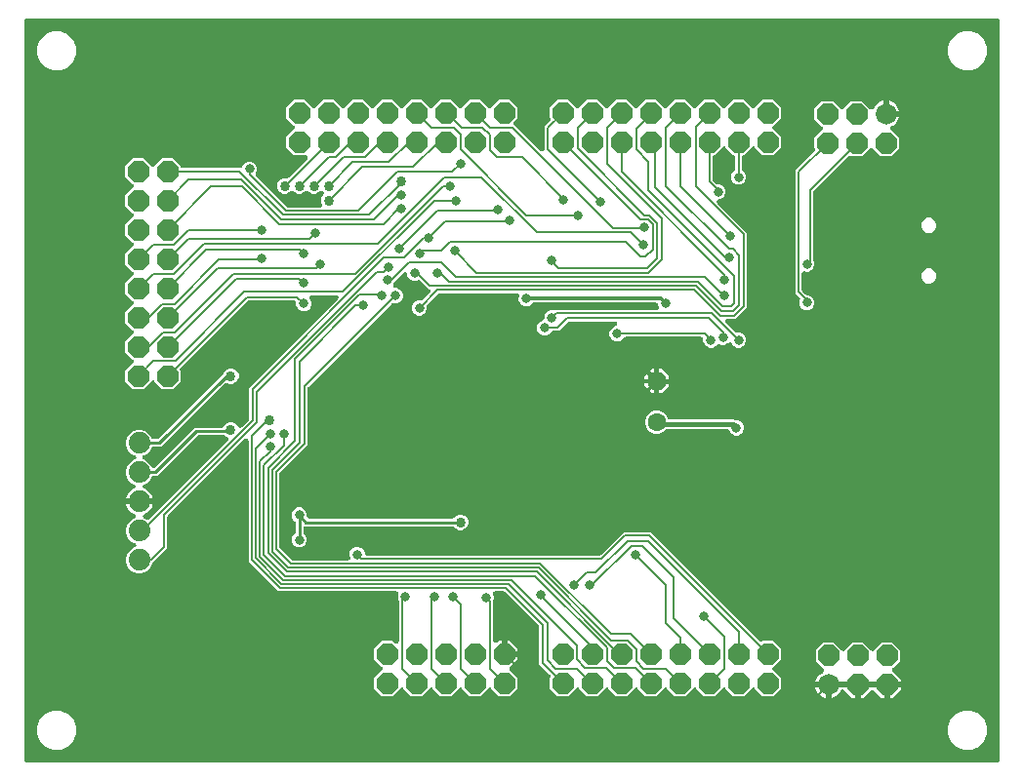
<source format=gbr>
G04 EAGLE Gerber RS-274X export*
G75*
%MOMM*%
%FSLAX34Y34*%
%LPD*%
%INBottom Copper*%
%IPPOS*%
%AMOC8*
5,1,8,0,0,1.08239X$1,22.5*%
G01*
%ADD10P,1.732040X8X112.500000*%
%ADD11C,1.600200*%
%ADD12P,1.979475X8X202.500000*%
%ADD13P,1.979475X8X112.500000*%
%ADD14P,1.979475X8X22.500000*%
%ADD15C,1.828800*%
%ADD16C,1.879600*%
%ADD17C,0.808000*%
%ADD18C,0.304800*%
%ADD19C,0.254000*%
%ADD20C,0.406400*%
%ADD21C,0.858000*%
%ADD22C,0.152400*%

G36*
X845986Y2003D02*
X845986Y2003D01*
X846004Y2001D01*
X846186Y2022D01*
X846369Y2041D01*
X846386Y2046D01*
X846403Y2048D01*
X846578Y2105D01*
X846754Y2159D01*
X846769Y2167D01*
X846786Y2173D01*
X846946Y2263D01*
X847108Y2351D01*
X847121Y2362D01*
X847137Y2371D01*
X847276Y2491D01*
X847417Y2608D01*
X847428Y2622D01*
X847442Y2634D01*
X847554Y2779D01*
X847669Y2922D01*
X847677Y2938D01*
X847688Y2952D01*
X847770Y3117D01*
X847855Y3279D01*
X847860Y3296D01*
X847868Y3312D01*
X847915Y3491D01*
X847966Y3666D01*
X847968Y3684D01*
X847972Y3701D01*
X847999Y4032D01*
X847999Y645968D01*
X847997Y645986D01*
X847999Y646004D01*
X847978Y646186D01*
X847959Y646369D01*
X847954Y646386D01*
X847952Y646403D01*
X847895Y646578D01*
X847841Y646754D01*
X847833Y646769D01*
X847827Y646786D01*
X847737Y646946D01*
X847649Y647108D01*
X847638Y647121D01*
X847629Y647137D01*
X847509Y647276D01*
X847392Y647417D01*
X847378Y647428D01*
X847366Y647442D01*
X847221Y647554D01*
X847078Y647669D01*
X847062Y647677D01*
X847048Y647688D01*
X846883Y647770D01*
X846721Y647855D01*
X846704Y647860D01*
X846688Y647868D01*
X846509Y647915D01*
X846334Y647966D01*
X846316Y647968D01*
X846299Y647972D01*
X845968Y647999D01*
X4032Y647999D01*
X4014Y647997D01*
X3996Y647999D01*
X3814Y647978D01*
X3631Y647959D01*
X3614Y647954D01*
X3597Y647952D01*
X3422Y647895D01*
X3246Y647841D01*
X3231Y647833D01*
X3214Y647827D01*
X3054Y647737D01*
X2892Y647649D01*
X2879Y647638D01*
X2863Y647629D01*
X2724Y647509D01*
X2583Y647392D01*
X2572Y647378D01*
X2558Y647366D01*
X2446Y647221D01*
X2331Y647078D01*
X2323Y647062D01*
X2312Y647048D01*
X2230Y646883D01*
X2145Y646721D01*
X2140Y646704D01*
X2132Y646688D01*
X2085Y646509D01*
X2034Y646334D01*
X2032Y646316D01*
X2028Y646299D01*
X2001Y645968D01*
X2001Y4032D01*
X2003Y4014D01*
X2001Y3996D01*
X2022Y3814D01*
X2041Y3631D01*
X2046Y3614D01*
X2048Y3597D01*
X2105Y3422D01*
X2159Y3246D01*
X2167Y3231D01*
X2173Y3214D01*
X2263Y3054D01*
X2351Y2892D01*
X2362Y2879D01*
X2371Y2863D01*
X2491Y2724D01*
X2608Y2583D01*
X2622Y2572D01*
X2634Y2558D01*
X2779Y2446D01*
X2922Y2331D01*
X2938Y2323D01*
X2952Y2312D01*
X3117Y2230D01*
X3279Y2145D01*
X3296Y2140D01*
X3312Y2132D01*
X3491Y2085D01*
X3666Y2034D01*
X3684Y2032D01*
X3701Y2028D01*
X4032Y2001D01*
X845968Y2001D01*
X845986Y2003D01*
G37*
%LPC*%
G36*
X312070Y59623D02*
X312070Y59623D01*
X305523Y66170D01*
X305523Y75430D01*
X312157Y82064D01*
X312169Y82077D01*
X312182Y82089D01*
X312296Y82233D01*
X312412Y82375D01*
X312421Y82391D01*
X312432Y82405D01*
X312515Y82569D01*
X312601Y82731D01*
X312606Y82748D01*
X312614Y82764D01*
X312664Y82941D01*
X312716Y83117D01*
X312718Y83135D01*
X312722Y83152D01*
X312736Y83335D01*
X312752Y83518D01*
X312750Y83536D01*
X312752Y83553D01*
X312729Y83735D01*
X312709Y83918D01*
X312703Y83935D01*
X312701Y83953D01*
X312643Y84126D01*
X312587Y84302D01*
X312579Y84318D01*
X312573Y84334D01*
X312481Y84494D01*
X312393Y84654D01*
X312381Y84668D01*
X312372Y84683D01*
X312157Y84936D01*
X305523Y91570D01*
X305523Y100830D01*
X312070Y107377D01*
X321330Y107377D01*
X323265Y105442D01*
X323272Y105436D01*
X323277Y105429D01*
X323427Y105309D01*
X323576Y105186D01*
X323584Y105182D01*
X323591Y105177D01*
X323761Y105088D01*
X323932Y104998D01*
X323941Y104995D01*
X323948Y104991D01*
X324133Y104938D01*
X324318Y104883D01*
X324327Y104882D01*
X324335Y104880D01*
X324526Y104864D01*
X324719Y104847D01*
X324728Y104848D01*
X324737Y104847D01*
X324926Y104869D01*
X325119Y104890D01*
X325128Y104893D01*
X325136Y104894D01*
X325318Y104953D01*
X325503Y105012D01*
X325511Y105016D01*
X325519Y105019D01*
X325688Y105114D01*
X325855Y105206D01*
X325862Y105212D01*
X325870Y105217D01*
X326016Y105343D01*
X326162Y105467D01*
X326168Y105474D01*
X326175Y105480D01*
X326291Y105630D01*
X326412Y105783D01*
X326416Y105791D01*
X326421Y105798D01*
X326507Y105970D01*
X326594Y106142D01*
X326597Y106150D01*
X326601Y106158D01*
X326651Y106344D01*
X326702Y106530D01*
X326703Y106539D01*
X326705Y106547D01*
X326732Y106878D01*
X326732Y142235D01*
X326729Y142266D01*
X326731Y142298D01*
X326709Y142467D01*
X326692Y142636D01*
X326683Y142666D01*
X326679Y142697D01*
X326578Y143013D01*
X325994Y144421D01*
X325994Y147039D01*
X326287Y147747D01*
X326291Y147760D01*
X326297Y147771D01*
X326349Y147952D01*
X326404Y148132D01*
X326405Y148145D01*
X326409Y148158D01*
X326424Y148347D01*
X326442Y148533D01*
X326441Y148546D01*
X326442Y148560D01*
X326420Y148746D01*
X326400Y148933D01*
X326396Y148946D01*
X326395Y148959D01*
X326337Y149138D01*
X326281Y149318D01*
X326274Y149329D01*
X326270Y149342D01*
X326178Y149506D01*
X326087Y149671D01*
X326079Y149681D01*
X326072Y149693D01*
X325949Y149835D01*
X325828Y149979D01*
X325818Y149987D01*
X325809Y149998D01*
X325661Y150112D01*
X325513Y150230D01*
X325501Y150236D01*
X325491Y150244D01*
X325323Y150328D01*
X325155Y150414D01*
X325142Y150418D01*
X325130Y150424D01*
X324948Y150473D01*
X324768Y150524D01*
X324755Y150525D01*
X324742Y150528D01*
X324411Y150555D01*
X222452Y150555D01*
X220221Y152787D01*
X220220Y152787D01*
X196327Y176680D01*
X196327Y281451D01*
X196326Y281460D01*
X196327Y281469D01*
X196306Y281662D01*
X196287Y281852D01*
X196285Y281860D01*
X196284Y281869D01*
X196225Y282054D01*
X196169Y282237D01*
X196165Y282244D01*
X196162Y282253D01*
X196069Y282421D01*
X195977Y282591D01*
X195972Y282598D01*
X195967Y282605D01*
X195843Y282752D01*
X195720Y282900D01*
X195713Y282905D01*
X195707Y282912D01*
X195555Y283032D01*
X195406Y283152D01*
X195398Y283156D01*
X195391Y283162D01*
X195218Y283250D01*
X195049Y283338D01*
X195040Y283340D01*
X195032Y283344D01*
X194846Y283396D01*
X194662Y283449D01*
X194653Y283450D01*
X194644Y283452D01*
X194451Y283466D01*
X194260Y283482D01*
X194252Y283481D01*
X194243Y283482D01*
X194050Y283457D01*
X193861Y283435D01*
X193852Y283432D01*
X193843Y283431D01*
X193661Y283370D01*
X193478Y283310D01*
X193470Y283306D01*
X193462Y283303D01*
X193295Y283207D01*
X193127Y283112D01*
X193120Y283107D01*
X193113Y283102D01*
X192860Y282887D01*
X126580Y216607D01*
X126563Y216587D01*
X126542Y216569D01*
X126435Y216431D01*
X126325Y216296D01*
X126312Y216272D01*
X126296Y216251D01*
X126218Y216094D01*
X126136Y215940D01*
X126128Y215915D01*
X126116Y215891D01*
X126071Y215721D01*
X126021Y215554D01*
X126019Y215528D01*
X126012Y215502D01*
X125985Y215171D01*
X125985Y188072D01*
X115150Y177237D01*
X113028Y175116D01*
X113008Y175092D01*
X112985Y175071D01*
X112881Y174936D01*
X112773Y174804D01*
X112758Y174777D01*
X112739Y174752D01*
X112588Y174457D01*
X111291Y171325D01*
X108075Y168109D01*
X103885Y166374D01*
X103874Y166369D01*
X99326Y166369D01*
X95125Y168109D01*
X91909Y171325D01*
X90169Y175526D01*
X90169Y180074D01*
X91909Y184275D01*
X95125Y187491D01*
X97860Y188623D01*
X97868Y188628D01*
X97876Y188630D01*
X98044Y188722D01*
X98215Y188814D01*
X98222Y188819D01*
X98230Y188824D01*
X98374Y188945D01*
X98525Y189070D01*
X98531Y189077D01*
X98538Y189083D01*
X98657Y189232D01*
X98779Y189383D01*
X98783Y189391D01*
X98789Y189397D01*
X98877Y189569D01*
X98966Y189739D01*
X98969Y189748D01*
X98973Y189756D01*
X99025Y189941D01*
X99079Y190126D01*
X99080Y190134D01*
X99082Y190143D01*
X99097Y190334D01*
X99114Y190527D01*
X99113Y190536D01*
X99113Y190544D01*
X99090Y190737D01*
X99069Y190927D01*
X99066Y190935D01*
X99065Y190944D01*
X99004Y191128D01*
X98945Y191310D01*
X98941Y191318D01*
X98938Y191326D01*
X98843Y191494D01*
X98749Y191662D01*
X98743Y191668D01*
X98739Y191676D01*
X98612Y191821D01*
X98487Y191967D01*
X98480Y191973D01*
X98474Y191980D01*
X98322Y192097D01*
X98170Y192216D01*
X98162Y192220D01*
X98155Y192225D01*
X97860Y192377D01*
X95125Y193509D01*
X91909Y196725D01*
X90169Y200926D01*
X90169Y205474D01*
X91909Y209675D01*
X95125Y212891D01*
X97155Y213731D01*
X97233Y213773D01*
X97316Y213806D01*
X97410Y213868D01*
X97510Y213921D01*
X97578Y213978D01*
X97653Y214027D01*
X97733Y214106D01*
X97820Y214178D01*
X97876Y214247D01*
X97939Y214309D01*
X98003Y214403D01*
X98074Y214491D01*
X98115Y214569D01*
X98165Y214643D01*
X98209Y214747D01*
X98261Y214847D01*
X98286Y214932D01*
X98320Y215014D01*
X98342Y215125D01*
X98374Y215233D01*
X98382Y215322D01*
X98399Y215409D01*
X98399Y215522D01*
X98409Y215635D01*
X98399Y215723D01*
X98399Y215812D01*
X98376Y215922D01*
X98364Y216035D01*
X98336Y216119D01*
X98319Y216206D01*
X98275Y216310D01*
X98240Y216418D01*
X98197Y216496D01*
X98163Y216577D01*
X98099Y216671D01*
X98044Y216769D01*
X97986Y216837D01*
X97936Y216910D01*
X97856Y216990D01*
X97782Y217075D01*
X97712Y217130D01*
X97649Y217192D01*
X97554Y217254D01*
X97465Y217324D01*
X97386Y217363D01*
X97311Y217412D01*
X97181Y217466D01*
X97105Y217504D01*
X97061Y217516D01*
X97029Y217530D01*
X95343Y218389D01*
X93822Y219494D01*
X92494Y220822D01*
X91389Y222343D01*
X90536Y224017D01*
X89955Y225804D01*
X89915Y226061D01*
X101092Y226061D01*
X101110Y226062D01*
X101127Y226061D01*
X101310Y226082D01*
X101492Y226101D01*
X101509Y226106D01*
X101527Y226108D01*
X101605Y226133D01*
X101742Y226094D01*
X101760Y226092D01*
X101777Y226088D01*
X102108Y226061D01*
X113285Y226061D01*
X113245Y225804D01*
X112664Y224017D01*
X111811Y222343D01*
X110706Y220822D01*
X109378Y219494D01*
X107857Y218389D01*
X106164Y217526D01*
X106113Y217504D01*
X106029Y217478D01*
X105930Y217424D01*
X105826Y217378D01*
X105753Y217327D01*
X105675Y217284D01*
X105589Y217212D01*
X105496Y217147D01*
X105435Y217082D01*
X105367Y217025D01*
X105297Y216937D01*
X105219Y216855D01*
X105172Y216780D01*
X105116Y216710D01*
X105065Y216610D01*
X105005Y216514D01*
X104973Y216431D01*
X104932Y216352D01*
X104902Y216244D01*
X104861Y216138D01*
X104847Y216050D01*
X104823Y215965D01*
X104814Y215852D01*
X104795Y215741D01*
X104798Y215652D01*
X104792Y215564D01*
X104805Y215451D01*
X104809Y215338D01*
X104830Y215252D01*
X104840Y215164D01*
X104876Y215057D01*
X104902Y214947D01*
X104939Y214866D01*
X104967Y214782D01*
X105023Y214684D01*
X105070Y214581D01*
X105122Y214509D01*
X105166Y214432D01*
X105241Y214347D01*
X105307Y214255D01*
X105372Y214195D01*
X105431Y214128D01*
X105520Y214059D01*
X105603Y213983D01*
X105680Y213937D01*
X105750Y213883D01*
X105875Y213819D01*
X105948Y213775D01*
X105991Y213759D01*
X106045Y213731D01*
X108206Y212836D01*
X108227Y212830D01*
X108247Y212820D01*
X108420Y212772D01*
X108591Y212720D01*
X108613Y212718D01*
X108635Y212712D01*
X108814Y212699D01*
X108992Y212682D01*
X109014Y212684D01*
X109036Y212682D01*
X109215Y212705D01*
X109392Y212723D01*
X109414Y212730D01*
X109436Y212733D01*
X109606Y212790D01*
X109777Y212843D01*
X109796Y212854D01*
X109817Y212861D01*
X109973Y212951D01*
X110130Y213037D01*
X110147Y213051D01*
X110166Y213062D01*
X110419Y213277D01*
X178480Y281337D01*
X178488Y281347D01*
X178498Y281356D01*
X178616Y281503D01*
X178735Y281649D01*
X178741Y281660D01*
X178749Y281671D01*
X178836Y281840D01*
X178923Y282004D01*
X178927Y282017D01*
X178933Y282029D01*
X178985Y282211D01*
X179038Y282390D01*
X179039Y282403D01*
X179043Y282416D01*
X179058Y282603D01*
X179075Y282791D01*
X179073Y282805D01*
X179074Y282818D01*
X179052Y283003D01*
X179031Y283191D01*
X179027Y283204D01*
X179025Y283217D01*
X178967Y283395D01*
X178910Y283575D01*
X178903Y283587D01*
X178899Y283600D01*
X178806Y283763D01*
X178715Y283928D01*
X178706Y283938D01*
X178700Y283949D01*
X178576Y284091D01*
X178454Y284235D01*
X178444Y284243D01*
X178435Y284253D01*
X178286Y284368D01*
X178138Y284484D01*
X178126Y284490D01*
X178116Y284498D01*
X177821Y284650D01*
X177191Y284911D01*
X176568Y285534D01*
X176547Y285551D01*
X176529Y285571D01*
X176392Y285678D01*
X176256Y285789D01*
X176232Y285802D01*
X176211Y285818D01*
X176055Y285896D01*
X175900Y285978D01*
X175875Y285985D01*
X175851Y285997D01*
X175682Y286043D01*
X175514Y286093D01*
X175488Y286095D01*
X175462Y286102D01*
X175131Y286129D01*
X153339Y286129D01*
X153313Y286126D01*
X153286Y286128D01*
X153112Y286106D01*
X152939Y286089D01*
X152913Y286081D01*
X152887Y286078D01*
X152721Y286022D01*
X152554Y285971D01*
X152530Y285958D01*
X152505Y285950D01*
X152353Y285862D01*
X152200Y285779D01*
X152179Y285762D01*
X152156Y285749D01*
X151903Y285534D01*
X117066Y250697D01*
X113962Y250697D01*
X113939Y250695D01*
X113917Y250697D01*
X113740Y250675D01*
X113561Y250657D01*
X113540Y250651D01*
X113518Y250648D01*
X113348Y250592D01*
X113176Y250539D01*
X113157Y250529D01*
X113135Y250522D01*
X112979Y250433D01*
X112822Y250347D01*
X112805Y250333D01*
X112786Y250322D01*
X112650Y250204D01*
X112513Y250090D01*
X112499Y250072D01*
X112482Y250058D01*
X112373Y249916D01*
X112261Y249776D01*
X112250Y249756D01*
X112237Y249738D01*
X112085Y249443D01*
X111291Y247525D01*
X108075Y244309D01*
X106045Y243469D01*
X105967Y243427D01*
X105884Y243394D01*
X105790Y243332D01*
X105690Y243279D01*
X105622Y243222D01*
X105547Y243173D01*
X105467Y243094D01*
X105380Y243022D01*
X105324Y242953D01*
X105261Y242891D01*
X105197Y242797D01*
X105126Y242709D01*
X105085Y242631D01*
X105035Y242557D01*
X104991Y242453D01*
X104939Y242353D01*
X104914Y242268D01*
X104880Y242186D01*
X104858Y242075D01*
X104826Y241967D01*
X104818Y241878D01*
X104801Y241791D01*
X104801Y241678D01*
X104791Y241565D01*
X104801Y241477D01*
X104801Y241388D01*
X104824Y241278D01*
X104836Y241165D01*
X104864Y241081D01*
X104881Y240994D01*
X104925Y240890D01*
X104960Y240782D01*
X105003Y240704D01*
X105037Y240623D01*
X105101Y240529D01*
X105156Y240431D01*
X105214Y240363D01*
X105264Y240290D01*
X105344Y240210D01*
X105418Y240125D01*
X105488Y240070D01*
X105551Y240008D01*
X105646Y239946D01*
X105735Y239876D01*
X105814Y239837D01*
X105889Y239788D01*
X106019Y239734D01*
X106095Y239696D01*
X106139Y239684D01*
X106171Y239670D01*
X107857Y238811D01*
X109378Y237706D01*
X110706Y236378D01*
X111811Y234857D01*
X112664Y233183D01*
X113245Y231396D01*
X113285Y231139D01*
X102108Y231139D01*
X102090Y231137D01*
X102073Y231139D01*
X101890Y231118D01*
X101708Y231099D01*
X101691Y231094D01*
X101673Y231092D01*
X101595Y231067D01*
X101458Y231106D01*
X101440Y231108D01*
X101423Y231112D01*
X101092Y231139D01*
X89915Y231139D01*
X89955Y231396D01*
X90536Y233183D01*
X91389Y234857D01*
X92494Y236378D01*
X93822Y237706D01*
X95343Y238811D01*
X97036Y239674D01*
X97087Y239696D01*
X97171Y239722D01*
X97270Y239776D01*
X97374Y239822D01*
X97447Y239873D01*
X97525Y239916D01*
X97611Y239988D01*
X97704Y240053D01*
X97765Y240118D01*
X97833Y240175D01*
X97903Y240263D01*
X97981Y240345D01*
X98028Y240420D01*
X98084Y240490D01*
X98135Y240590D01*
X98195Y240686D01*
X98227Y240769D01*
X98268Y240848D01*
X98298Y240956D01*
X98339Y241062D01*
X98353Y241150D01*
X98377Y241235D01*
X98386Y241348D01*
X98405Y241459D01*
X98402Y241548D01*
X98408Y241636D01*
X98395Y241749D01*
X98391Y241862D01*
X98370Y241948D01*
X98360Y242036D01*
X98324Y242143D01*
X98298Y242253D01*
X98261Y242334D01*
X98233Y242418D01*
X98177Y242516D01*
X98130Y242619D01*
X98078Y242691D01*
X98034Y242768D01*
X97959Y242853D01*
X97893Y242945D01*
X97828Y243005D01*
X97769Y243072D01*
X97680Y243141D01*
X97597Y243217D01*
X97520Y243263D01*
X97450Y243317D01*
X97325Y243381D01*
X97252Y243425D01*
X97209Y243441D01*
X97155Y243469D01*
X95125Y244309D01*
X91909Y247525D01*
X90169Y251726D01*
X90169Y256274D01*
X91909Y260475D01*
X95125Y263691D01*
X96331Y264190D01*
X97860Y264823D01*
X97868Y264828D01*
X97876Y264830D01*
X98044Y264922D01*
X98215Y265014D01*
X98222Y265019D01*
X98230Y265024D01*
X98376Y265147D01*
X98525Y265270D01*
X98531Y265277D01*
X98538Y265283D01*
X98657Y265433D01*
X98779Y265583D01*
X98783Y265591D01*
X98789Y265597D01*
X98877Y265769D01*
X98966Y265939D01*
X98969Y265948D01*
X98973Y265956D01*
X99025Y266141D01*
X99079Y266326D01*
X99080Y266334D01*
X99082Y266343D01*
X99097Y266534D01*
X99114Y266727D01*
X99113Y266736D01*
X99113Y266744D01*
X99090Y266937D01*
X99069Y267127D01*
X99066Y267135D01*
X99065Y267144D01*
X99004Y267329D01*
X98945Y267510D01*
X98941Y267518D01*
X98938Y267526D01*
X98843Y267694D01*
X98749Y267862D01*
X98743Y267868D01*
X98739Y267876D01*
X98612Y268021D01*
X98487Y268167D01*
X98480Y268173D01*
X98474Y268180D01*
X98322Y268297D01*
X98170Y268416D01*
X98162Y268420D01*
X98155Y268425D01*
X97860Y268577D01*
X95125Y269709D01*
X91909Y272925D01*
X90169Y277126D01*
X90169Y281674D01*
X91909Y285875D01*
X95125Y289091D01*
X99326Y290831D01*
X103874Y290831D01*
X108075Y289091D01*
X111291Y285875D01*
X112085Y283957D01*
X112096Y283937D01*
X112103Y283916D01*
X112191Y283759D01*
X112275Y283602D01*
X112289Y283585D01*
X112300Y283565D01*
X112418Y283429D01*
X112532Y283291D01*
X112549Y283277D01*
X112564Y283260D01*
X112705Y283151D01*
X112844Y283038D01*
X112864Y283027D01*
X112882Y283014D01*
X113043Y282934D01*
X113201Y282851D01*
X113222Y282844D01*
X113242Y282834D01*
X113416Y282788D01*
X113587Y282738D01*
X113609Y282736D01*
X113631Y282730D01*
X113962Y282703D01*
X116941Y282703D01*
X116967Y282705D01*
X116994Y282703D01*
X117168Y282725D01*
X117341Y282743D01*
X117367Y282750D01*
X117393Y282754D01*
X117559Y282809D01*
X117726Y282861D01*
X117750Y282874D01*
X117775Y282882D01*
X117927Y282969D01*
X118080Y283053D01*
X118101Y283070D01*
X118124Y283083D01*
X118377Y283298D01*
X174150Y339070D01*
X174169Y339094D01*
X174193Y339115D01*
X174297Y339250D01*
X174405Y339382D01*
X174419Y339409D01*
X174438Y339434D01*
X174590Y339729D01*
X175269Y341369D01*
X177191Y343291D01*
X179701Y344331D01*
X182419Y344331D01*
X184929Y343291D01*
X186851Y341369D01*
X187891Y338859D01*
X187891Y336141D01*
X186851Y333631D01*
X184929Y331709D01*
X182419Y330669D01*
X179701Y330669D01*
X177695Y331500D01*
X177673Y331507D01*
X177653Y331517D01*
X177481Y331565D01*
X177309Y331617D01*
X177287Y331619D01*
X177265Y331625D01*
X177086Y331638D01*
X176908Y331655D01*
X176886Y331653D01*
X176864Y331654D01*
X176686Y331632D01*
X176508Y331613D01*
X176487Y331607D01*
X176464Y331604D01*
X176295Y331547D01*
X176124Y331494D01*
X176104Y331483D01*
X176083Y331476D01*
X175928Y331386D01*
X175770Y331300D01*
X175753Y331286D01*
X175734Y331275D01*
X175481Y331060D01*
X123048Y278627D01*
X120518Y276097D01*
X113962Y276097D01*
X113939Y276095D01*
X113917Y276097D01*
X113740Y276075D01*
X113561Y276057D01*
X113540Y276051D01*
X113518Y276048D01*
X113348Y275992D01*
X113176Y275939D01*
X113157Y275929D01*
X113135Y275922D01*
X112979Y275833D01*
X112822Y275747D01*
X112805Y275733D01*
X112786Y275722D01*
X112650Y275604D01*
X112513Y275490D01*
X112499Y275472D01*
X112482Y275458D01*
X112373Y275315D01*
X112261Y275176D01*
X112250Y275156D01*
X112237Y275138D01*
X112085Y274843D01*
X111291Y272925D01*
X108075Y269709D01*
X105340Y268577D01*
X105332Y268572D01*
X105324Y268570D01*
X105155Y268477D01*
X104985Y268386D01*
X104978Y268381D01*
X104970Y268376D01*
X104823Y268252D01*
X104675Y268130D01*
X104669Y268123D01*
X104662Y268117D01*
X104542Y267966D01*
X104421Y267817D01*
X104417Y267810D01*
X104411Y267802D01*
X104324Y267632D01*
X104234Y267461D01*
X104231Y267452D01*
X104227Y267444D01*
X104176Y267262D01*
X104121Y267074D01*
X104120Y267065D01*
X104118Y267057D01*
X104103Y266866D01*
X104086Y266673D01*
X104087Y266664D01*
X104087Y266656D01*
X104110Y266465D01*
X104131Y266273D01*
X104134Y266265D01*
X104135Y266256D01*
X104195Y266075D01*
X104255Y265890D01*
X104259Y265882D01*
X104262Y265874D01*
X104357Y265707D01*
X104451Y265538D01*
X104457Y265532D01*
X104461Y265524D01*
X104589Y265377D01*
X104713Y265233D01*
X104720Y265227D01*
X104726Y265220D01*
X104879Y265103D01*
X105030Y264984D01*
X105038Y264980D01*
X105045Y264975D01*
X105340Y264823D01*
X108075Y263691D01*
X111291Y260475D01*
X111947Y258891D01*
X111953Y258879D01*
X111957Y258866D01*
X112048Y258701D01*
X112137Y258536D01*
X112145Y258526D01*
X112152Y258514D01*
X112274Y258371D01*
X112393Y258226D01*
X112404Y258217D01*
X112412Y258207D01*
X112560Y258091D01*
X112706Y257972D01*
X112718Y257966D01*
X112728Y257958D01*
X112896Y257872D01*
X113062Y257785D01*
X113075Y257781D01*
X113087Y257775D01*
X113268Y257725D01*
X113449Y257672D01*
X113462Y257671D01*
X113475Y257667D01*
X113664Y257653D01*
X113850Y257637D01*
X113863Y257639D01*
X113877Y257638D01*
X114065Y257662D01*
X114250Y257682D01*
X114263Y257687D01*
X114276Y257688D01*
X114454Y257748D01*
X114633Y257806D01*
X114645Y257812D01*
X114658Y257816D01*
X114821Y257910D01*
X114985Y258002D01*
X114995Y258011D01*
X115007Y258017D01*
X115260Y258232D01*
X149762Y292734D01*
X173151Y292734D01*
X173174Y292737D01*
X173196Y292735D01*
X173373Y292757D01*
X173552Y292774D01*
X173573Y292781D01*
X173595Y292784D01*
X173765Y292840D01*
X173937Y292893D01*
X173956Y292903D01*
X173978Y292910D01*
X174133Y292999D01*
X174291Y293084D01*
X174308Y293099D01*
X174327Y293110D01*
X174463Y293227D01*
X174600Y293342D01*
X174614Y293359D01*
X174631Y293374D01*
X174740Y293516D01*
X174852Y293656D01*
X174863Y293676D01*
X174876Y293693D01*
X175028Y293988D01*
X175269Y294571D01*
X177191Y296493D01*
X179701Y297532D01*
X182419Y297532D01*
X184929Y296493D01*
X186851Y294571D01*
X187112Y293941D01*
X187118Y293929D01*
X187122Y293916D01*
X187213Y293752D01*
X187302Y293586D01*
X187310Y293576D01*
X187317Y293564D01*
X187439Y293421D01*
X187558Y293276D01*
X187569Y293267D01*
X187577Y293257D01*
X187725Y293141D01*
X187871Y293022D01*
X187883Y293016D01*
X187893Y293008D01*
X188061Y292922D01*
X188227Y292835D01*
X188240Y292831D01*
X188252Y292825D01*
X188434Y292775D01*
X188614Y292722D01*
X188627Y292721D01*
X188640Y292717D01*
X188829Y292703D01*
X189015Y292687D01*
X189028Y292689D01*
X189042Y292688D01*
X189229Y292711D01*
X189415Y292732D01*
X189428Y292737D01*
X189441Y292738D01*
X189619Y292798D01*
X189798Y292856D01*
X189810Y292862D01*
X189823Y292866D01*
X189986Y292961D01*
X190150Y293052D01*
X190160Y293061D01*
X190172Y293067D01*
X190425Y293282D01*
X196470Y299328D01*
X196487Y299348D01*
X196508Y299366D01*
X196615Y299504D01*
X196725Y299639D01*
X196738Y299663D01*
X196754Y299684D01*
X196832Y299841D01*
X196914Y299995D01*
X196922Y300020D01*
X196934Y300044D01*
X196979Y300214D01*
X197029Y300381D01*
X197031Y300407D01*
X197038Y300433D01*
X197065Y300764D01*
X197065Y327451D01*
X199297Y329683D01*
X273877Y404263D01*
X273883Y404270D01*
X273890Y404275D01*
X274010Y404425D01*
X274132Y404574D01*
X274136Y404582D01*
X274142Y404589D01*
X274231Y404760D01*
X274321Y404930D01*
X274323Y404938D01*
X274328Y404946D01*
X274381Y405131D01*
X274436Y405316D01*
X274436Y405325D01*
X274439Y405333D01*
X274455Y405525D01*
X274472Y405717D01*
X274471Y405726D01*
X274472Y405735D01*
X274450Y405924D01*
X274429Y406117D01*
X274426Y406126D01*
X274425Y406134D01*
X274366Y406316D01*
X274307Y406501D01*
X274303Y406509D01*
X274300Y406517D01*
X274205Y406686D01*
X274112Y406853D01*
X274107Y406860D01*
X274102Y406868D01*
X273976Y407014D01*
X273852Y407160D01*
X273845Y407166D01*
X273839Y407173D01*
X273688Y407290D01*
X273536Y407410D01*
X273528Y407414D01*
X273521Y407419D01*
X273349Y407505D01*
X273177Y407592D01*
X273168Y407595D01*
X273160Y407599D01*
X272974Y407649D01*
X272789Y407700D01*
X272780Y407701D01*
X272772Y407703D01*
X272441Y407730D01*
X251155Y407730D01*
X251146Y407729D01*
X251137Y407730D01*
X250947Y407709D01*
X250755Y407690D01*
X250746Y407688D01*
X250737Y407687D01*
X250553Y407628D01*
X250370Y407572D01*
X250362Y407568D01*
X250353Y407565D01*
X250184Y407472D01*
X250016Y407380D01*
X250009Y407375D01*
X250001Y407370D01*
X249853Y407245D01*
X249706Y407123D01*
X249701Y407116D01*
X249694Y407110D01*
X249574Y406959D01*
X249454Y406809D01*
X249450Y406801D01*
X249444Y406794D01*
X249357Y406621D01*
X249268Y406452D01*
X249266Y406443D01*
X249262Y406435D01*
X249209Y406247D01*
X249157Y406065D01*
X249156Y406056D01*
X249154Y406047D01*
X249140Y405854D01*
X249124Y405663D01*
X249125Y405655D01*
X249125Y405646D01*
X249149Y405453D01*
X249171Y405264D01*
X249174Y405255D01*
X249175Y405246D01*
X249236Y405065D01*
X249296Y404881D01*
X249300Y404873D01*
X249303Y404865D01*
X249399Y404699D01*
X249494Y404530D01*
X249500Y404523D01*
X249504Y404516D01*
X249719Y404263D01*
X249889Y404093D01*
X250891Y401674D01*
X250891Y399056D01*
X249889Y396637D01*
X248038Y394786D01*
X245619Y393784D01*
X243001Y393784D01*
X240582Y394786D01*
X238731Y396637D01*
X237729Y399056D01*
X237729Y401254D01*
X237727Y401272D01*
X237729Y401290D01*
X237708Y401472D01*
X237689Y401655D01*
X237684Y401672D01*
X237682Y401689D01*
X237625Y401864D01*
X237571Y402040D01*
X237563Y402055D01*
X237557Y402072D01*
X237467Y402232D01*
X237379Y402394D01*
X237368Y402407D01*
X237359Y402423D01*
X237239Y402562D01*
X237122Y402703D01*
X237108Y402714D01*
X237096Y402728D01*
X236951Y402840D01*
X236808Y402955D01*
X236792Y402963D01*
X236778Y402974D01*
X236613Y403056D01*
X236451Y403141D01*
X236434Y403146D01*
X236418Y403154D01*
X236239Y403201D01*
X236064Y403252D01*
X236046Y403254D01*
X236029Y403258D01*
X235698Y403285D01*
X196779Y403285D01*
X196752Y403283D01*
X196726Y403285D01*
X196552Y403263D01*
X196378Y403245D01*
X196353Y403238D01*
X196326Y403234D01*
X196161Y403179D01*
X195993Y403127D01*
X195970Y403114D01*
X195945Y403106D01*
X195793Y403019D01*
X195639Y402935D01*
X195619Y402918D01*
X195596Y402905D01*
X195343Y402690D01*
X137516Y344863D01*
X137504Y344849D01*
X137491Y344838D01*
X137377Y344694D01*
X137261Y344552D01*
X137252Y344536D01*
X137241Y344522D01*
X137158Y344358D01*
X137072Y344196D01*
X137067Y344179D01*
X137059Y344163D01*
X137009Y343986D01*
X136957Y343810D01*
X136956Y343792D01*
X136951Y343775D01*
X136937Y343592D01*
X136921Y343409D01*
X136923Y343391D01*
X136921Y343374D01*
X136944Y343192D01*
X136964Y343009D01*
X136970Y342992D01*
X136972Y342974D01*
X137030Y342801D01*
X137086Y342625D01*
X137094Y342609D01*
X137100Y342592D01*
X137192Y342433D01*
X137280Y342273D01*
X137292Y342259D01*
X137301Y342244D01*
X137377Y342154D01*
X137377Y332870D01*
X130830Y326323D01*
X121570Y326323D01*
X114936Y332957D01*
X114923Y332969D01*
X114911Y332982D01*
X114767Y333096D01*
X114625Y333212D01*
X114609Y333221D01*
X114595Y333232D01*
X114431Y333315D01*
X114269Y333401D01*
X114252Y333406D01*
X114236Y333414D01*
X114059Y333464D01*
X113883Y333516D01*
X113865Y333518D01*
X113848Y333522D01*
X113665Y333536D01*
X113482Y333552D01*
X113464Y333550D01*
X113447Y333552D01*
X113265Y333529D01*
X113082Y333509D01*
X113065Y333503D01*
X113047Y333501D01*
X112874Y333443D01*
X112698Y333387D01*
X112682Y333379D01*
X112666Y333373D01*
X112506Y333281D01*
X112346Y333193D01*
X112332Y333181D01*
X112317Y333172D01*
X112064Y332957D01*
X105430Y326323D01*
X96170Y326323D01*
X89623Y332870D01*
X89623Y342130D01*
X96257Y348764D01*
X96269Y348777D01*
X96282Y348789D01*
X96396Y348933D01*
X96512Y349075D01*
X96521Y349091D01*
X96532Y349105D01*
X96615Y349269D01*
X96701Y349431D01*
X96706Y349448D01*
X96714Y349464D01*
X96764Y349641D01*
X96816Y349817D01*
X96818Y349835D01*
X96822Y349852D01*
X96836Y350035D01*
X96852Y350218D01*
X96850Y350236D01*
X96852Y350253D01*
X96829Y350435D01*
X96809Y350618D01*
X96803Y350635D01*
X96801Y350653D01*
X96743Y350826D01*
X96687Y351002D01*
X96679Y351018D01*
X96673Y351034D01*
X96581Y351194D01*
X96493Y351354D01*
X96481Y351368D01*
X96472Y351383D01*
X96257Y351636D01*
X89623Y358270D01*
X89623Y367530D01*
X96257Y374164D01*
X96269Y374177D01*
X96282Y374189D01*
X96396Y374333D01*
X96512Y374475D01*
X96521Y374491D01*
X96532Y374505D01*
X96615Y374669D01*
X96701Y374831D01*
X96706Y374848D01*
X96714Y374864D01*
X96764Y375041D01*
X96816Y375217D01*
X96818Y375235D01*
X96822Y375252D01*
X96836Y375435D01*
X96852Y375618D01*
X96850Y375636D01*
X96852Y375653D01*
X96829Y375835D01*
X96809Y376018D01*
X96803Y376035D01*
X96801Y376053D01*
X96743Y376226D01*
X96687Y376402D01*
X96679Y376418D01*
X96673Y376434D01*
X96581Y376594D01*
X96493Y376754D01*
X96481Y376768D01*
X96472Y376783D01*
X96257Y377036D01*
X89623Y383670D01*
X89623Y392930D01*
X96257Y399564D01*
X96269Y399577D01*
X96282Y399589D01*
X96396Y399733D01*
X96512Y399875D01*
X96521Y399891D01*
X96532Y399905D01*
X96615Y400069D01*
X96701Y400231D01*
X96706Y400248D01*
X96714Y400264D01*
X96764Y400441D01*
X96816Y400617D01*
X96818Y400635D01*
X96822Y400652D01*
X96836Y400835D01*
X96852Y401018D01*
X96850Y401036D01*
X96852Y401053D01*
X96829Y401235D01*
X96809Y401418D01*
X96803Y401435D01*
X96801Y401453D01*
X96743Y401626D01*
X96687Y401802D01*
X96679Y401818D01*
X96673Y401834D01*
X96581Y401994D01*
X96493Y402154D01*
X96481Y402168D01*
X96472Y402183D01*
X96257Y402436D01*
X89623Y409070D01*
X89623Y418330D01*
X96257Y424964D01*
X96269Y424977D01*
X96282Y424989D01*
X96396Y425133D01*
X96512Y425275D01*
X96521Y425291D01*
X96532Y425305D01*
X96615Y425469D01*
X96701Y425631D01*
X96706Y425648D01*
X96714Y425664D01*
X96764Y425841D01*
X96816Y426017D01*
X96818Y426035D01*
X96822Y426052D01*
X96836Y426235D01*
X96852Y426418D01*
X96850Y426436D01*
X96852Y426453D01*
X96829Y426635D01*
X96809Y426818D01*
X96803Y426835D01*
X96801Y426853D01*
X96743Y427026D01*
X96687Y427202D01*
X96679Y427218D01*
X96673Y427234D01*
X96581Y427394D01*
X96493Y427554D01*
X96481Y427568D01*
X96472Y427583D01*
X96257Y427836D01*
X89623Y434470D01*
X89623Y443730D01*
X96257Y450364D01*
X96269Y450377D01*
X96282Y450389D01*
X96396Y450533D01*
X96512Y450675D01*
X96521Y450691D01*
X96532Y450705D01*
X96615Y450869D01*
X96701Y451031D01*
X96706Y451048D01*
X96714Y451064D01*
X96764Y451241D01*
X96816Y451417D01*
X96818Y451435D01*
X96822Y451452D01*
X96836Y451635D01*
X96852Y451818D01*
X96850Y451836D01*
X96852Y451853D01*
X96829Y452035D01*
X96809Y452218D01*
X96803Y452235D01*
X96801Y452253D01*
X96743Y452426D01*
X96687Y452602D01*
X96679Y452618D01*
X96673Y452634D01*
X96581Y452794D01*
X96493Y452954D01*
X96481Y452968D01*
X96472Y452983D01*
X96257Y453236D01*
X89623Y459870D01*
X89623Y469130D01*
X96257Y475764D01*
X96269Y475777D01*
X96282Y475789D01*
X96396Y475933D01*
X96512Y476075D01*
X96521Y476091D01*
X96532Y476105D01*
X96615Y476269D01*
X96701Y476431D01*
X96706Y476448D01*
X96714Y476464D01*
X96764Y476641D01*
X96816Y476817D01*
X96818Y476835D01*
X96822Y476852D01*
X96836Y477035D01*
X96852Y477218D01*
X96850Y477236D01*
X96852Y477253D01*
X96829Y477435D01*
X96809Y477618D01*
X96803Y477635D01*
X96801Y477653D01*
X96743Y477826D01*
X96687Y478002D01*
X96679Y478018D01*
X96673Y478034D01*
X96581Y478194D01*
X96493Y478354D01*
X96481Y478368D01*
X96472Y478383D01*
X96257Y478636D01*
X89623Y485270D01*
X89623Y494530D01*
X96257Y501164D01*
X96269Y501177D01*
X96282Y501189D01*
X96396Y501333D01*
X96512Y501475D01*
X96521Y501491D01*
X96532Y501505D01*
X96615Y501669D01*
X96701Y501831D01*
X96706Y501848D01*
X96714Y501864D01*
X96764Y502041D01*
X96816Y502217D01*
X96818Y502235D01*
X96822Y502252D01*
X96836Y502434D01*
X96852Y502618D01*
X96850Y502636D01*
X96852Y502653D01*
X96829Y502835D01*
X96809Y503018D01*
X96803Y503035D01*
X96801Y503053D01*
X96743Y503226D01*
X96687Y503402D01*
X96679Y503418D01*
X96673Y503434D01*
X96581Y503594D01*
X96493Y503754D01*
X96481Y503768D01*
X96472Y503783D01*
X96257Y504036D01*
X89623Y510670D01*
X89623Y519930D01*
X96170Y526477D01*
X105430Y526477D01*
X112064Y519843D01*
X112078Y519831D01*
X112089Y519818D01*
X112233Y519704D01*
X112375Y519588D01*
X112391Y519579D01*
X112405Y519568D01*
X112569Y519485D01*
X112731Y519399D01*
X112748Y519394D01*
X112764Y519386D01*
X112941Y519336D01*
X113117Y519284D01*
X113135Y519282D01*
X113152Y519278D01*
X113335Y519264D01*
X113518Y519248D01*
X113536Y519250D01*
X113553Y519248D01*
X113735Y519271D01*
X113918Y519291D01*
X113935Y519296D01*
X113953Y519299D01*
X114127Y519357D01*
X114302Y519413D01*
X114318Y519421D01*
X114334Y519427D01*
X114494Y519519D01*
X114654Y519607D01*
X114668Y519619D01*
X114683Y519628D01*
X114936Y519843D01*
X121570Y526477D01*
X130830Y526477D01*
X137398Y519908D01*
X137417Y519725D01*
X137422Y519708D01*
X137424Y519691D01*
X137481Y519516D01*
X137535Y519340D01*
X137543Y519325D01*
X137549Y519308D01*
X137639Y519148D01*
X137727Y518986D01*
X137738Y518973D01*
X137747Y518957D01*
X137867Y518818D01*
X137984Y518677D01*
X137998Y518666D01*
X138010Y518652D01*
X138155Y518540D01*
X138298Y518425D01*
X138314Y518417D01*
X138328Y518406D01*
X138493Y518324D01*
X138655Y518239D01*
X138672Y518234D01*
X138688Y518226D01*
X138867Y518179D01*
X139042Y518128D01*
X139060Y518126D01*
X139077Y518122D01*
X139408Y518095D01*
X189208Y518095D01*
X189231Y518097D01*
X189253Y518095D01*
X189431Y518117D01*
X189609Y518135D01*
X189630Y518141D01*
X189652Y518144D01*
X189823Y518200D01*
X189994Y518253D01*
X190013Y518263D01*
X190035Y518270D01*
X190191Y518359D01*
X190348Y518445D01*
X190365Y518459D01*
X190384Y518470D01*
X190520Y518588D01*
X190657Y518702D01*
X190671Y518720D01*
X190688Y518734D01*
X190797Y518877D01*
X190910Y519016D01*
X190920Y519036D01*
X190933Y519053D01*
X191085Y519349D01*
X191741Y520933D01*
X193592Y522784D01*
X196011Y523786D01*
X198629Y523786D01*
X201048Y522784D01*
X202899Y520933D01*
X203901Y518514D01*
X203901Y515896D01*
X202777Y513183D01*
X202720Y513076D01*
X202715Y513058D01*
X202706Y513041D01*
X202657Y512865D01*
X202605Y512690D01*
X202603Y512672D01*
X202598Y512654D01*
X202585Y512471D01*
X202568Y512289D01*
X202570Y512271D01*
X202569Y512252D01*
X202592Y512070D01*
X202611Y511889D01*
X202617Y511871D01*
X202619Y511853D01*
X202678Y511679D01*
X202733Y511505D01*
X202742Y511489D01*
X202748Y511471D01*
X202839Y511312D01*
X202927Y511152D01*
X202939Y511138D01*
X202949Y511122D01*
X203163Y510869D01*
X229633Y484400D01*
X229653Y484383D01*
X229671Y484362D01*
X229809Y484255D01*
X229944Y484145D01*
X229968Y484132D01*
X229989Y484116D01*
X230146Y484038D01*
X230300Y483956D01*
X230325Y483948D01*
X230349Y483936D01*
X230519Y483891D01*
X230686Y483841D01*
X230712Y483839D01*
X230738Y483832D01*
X231069Y483805D01*
X257991Y483805D01*
X258005Y483806D01*
X258018Y483805D01*
X258204Y483826D01*
X258392Y483845D01*
X258405Y483849D01*
X258418Y483850D01*
X258597Y483908D01*
X258777Y483963D01*
X258789Y483969D01*
X258801Y483973D01*
X258966Y484065D01*
X259131Y484155D01*
X259141Y484163D01*
X259153Y484170D01*
X259295Y484292D01*
X259440Y484412D01*
X259448Y484423D01*
X259459Y484431D01*
X259574Y484579D01*
X259692Y484726D01*
X259699Y484738D01*
X259707Y484748D01*
X259791Y484917D01*
X259878Y485083D01*
X259882Y485096D01*
X259888Y485108D01*
X259937Y485289D01*
X259989Y485470D01*
X259990Y485484D01*
X259994Y485497D01*
X260007Y485685D01*
X260022Y485872D01*
X260021Y485885D01*
X260022Y485898D01*
X259997Y486086D01*
X259975Y486271D01*
X259971Y486284D01*
X259969Y486297D01*
X259868Y486613D01*
X259069Y488541D01*
X259069Y491259D01*
X260109Y493769D01*
X261154Y494814D01*
X261165Y494827D01*
X261178Y494839D01*
X261293Y494984D01*
X261409Y495125D01*
X261417Y495141D01*
X261428Y495155D01*
X261512Y495319D01*
X261597Y495481D01*
X261602Y495498D01*
X261610Y495514D01*
X261660Y495691D01*
X261712Y495867D01*
X261714Y495884D01*
X261718Y495902D01*
X261732Y496085D01*
X261748Y496268D01*
X261747Y496285D01*
X261748Y496303D01*
X261725Y496485D01*
X261705Y496668D01*
X261700Y496685D01*
X261697Y496703D01*
X261639Y496876D01*
X261584Y497052D01*
X261575Y497067D01*
X261569Y497084D01*
X261478Y497243D01*
X261389Y497404D01*
X261377Y497418D01*
X261368Y497433D01*
X261154Y497686D01*
X260986Y497853D01*
X260973Y497865D01*
X260961Y497878D01*
X260817Y497992D01*
X260675Y498109D01*
X260659Y498117D01*
X260645Y498128D01*
X260481Y498211D01*
X260319Y498297D01*
X260302Y498302D01*
X260286Y498310D01*
X260109Y498360D01*
X259933Y498412D01*
X259916Y498414D01*
X259898Y498418D01*
X259715Y498432D01*
X259532Y498448D01*
X259515Y498447D01*
X259497Y498448D01*
X259315Y498425D01*
X259132Y498405D01*
X259115Y498400D01*
X259097Y498397D01*
X258923Y498339D01*
X258748Y498284D01*
X258733Y498275D01*
X258716Y498269D01*
X258557Y498178D01*
X258396Y498089D01*
X258382Y498077D01*
X258367Y498068D01*
X258114Y497854D01*
X257069Y496809D01*
X254559Y495769D01*
X251841Y495769D01*
X249331Y496809D01*
X248286Y497854D01*
X248272Y497865D01*
X248261Y497879D01*
X248117Y497992D01*
X247975Y498109D01*
X247959Y498117D01*
X247945Y498128D01*
X247781Y498211D01*
X247619Y498297D01*
X247602Y498302D01*
X247586Y498310D01*
X247409Y498360D01*
X247233Y498412D01*
X247215Y498414D01*
X247198Y498418D01*
X247015Y498432D01*
X246832Y498448D01*
X246814Y498447D01*
X246797Y498448D01*
X246615Y498425D01*
X246432Y498405D01*
X246415Y498400D01*
X246397Y498397D01*
X246223Y498339D01*
X246048Y498284D01*
X246032Y498275D01*
X246016Y498269D01*
X245857Y498178D01*
X245696Y498089D01*
X245682Y498077D01*
X245667Y498068D01*
X245414Y497854D01*
X244369Y496809D01*
X241859Y495769D01*
X239141Y495769D01*
X236631Y496809D01*
X235586Y497854D01*
X235573Y497865D01*
X235561Y497878D01*
X235416Y497993D01*
X235275Y498109D01*
X235259Y498117D01*
X235245Y498128D01*
X235081Y498211D01*
X234919Y498297D01*
X234902Y498302D01*
X234886Y498310D01*
X234709Y498360D01*
X234533Y498412D01*
X234515Y498414D01*
X234498Y498418D01*
X234315Y498432D01*
X234132Y498448D01*
X234114Y498447D01*
X234097Y498448D01*
X233915Y498425D01*
X233732Y498405D01*
X233715Y498400D01*
X233697Y498397D01*
X233524Y498339D01*
X233348Y498284D01*
X233332Y498275D01*
X233316Y498269D01*
X233157Y498178D01*
X232996Y498089D01*
X232982Y498077D01*
X232967Y498068D01*
X232714Y497854D01*
X231669Y496809D01*
X229159Y495769D01*
X226441Y495769D01*
X223931Y496809D01*
X222009Y498731D01*
X220969Y501241D01*
X220969Y503959D01*
X222009Y506469D01*
X223931Y508391D01*
X226441Y509431D01*
X229225Y509431D01*
X229365Y509389D01*
X229387Y509386D01*
X229408Y509380D01*
X229588Y509367D01*
X229765Y509350D01*
X229788Y509353D01*
X229810Y509351D01*
X229989Y509374D01*
X230166Y509392D01*
X230187Y509399D01*
X230209Y509401D01*
X230379Y509458D01*
X230550Y509512D01*
X230570Y509523D01*
X230591Y509530D01*
X230746Y509619D01*
X230904Y509705D01*
X230921Y509719D01*
X230940Y509731D01*
X231193Y509945D01*
X247303Y526056D01*
X247309Y526063D01*
X247316Y526068D01*
X247435Y526217D01*
X247558Y526367D01*
X247563Y526375D01*
X247568Y526382D01*
X247657Y526553D01*
X247747Y526723D01*
X247750Y526731D01*
X247754Y526739D01*
X247807Y526925D01*
X247862Y527109D01*
X247863Y527118D01*
X247865Y527126D01*
X247881Y527318D01*
X247898Y527510D01*
X247897Y527519D01*
X247898Y527528D01*
X247876Y527717D01*
X247855Y527910D01*
X247852Y527919D01*
X247851Y527927D01*
X247792Y528109D01*
X247733Y528294D01*
X247729Y528302D01*
X247726Y528310D01*
X247631Y528479D01*
X247539Y528646D01*
X247533Y528653D01*
X247528Y528661D01*
X247402Y528807D01*
X247278Y528953D01*
X247271Y528959D01*
X247265Y528966D01*
X247114Y529083D01*
X246962Y529203D01*
X246954Y529207D01*
X246947Y529212D01*
X246775Y529298D01*
X246603Y529385D01*
X246595Y529388D01*
X246587Y529392D01*
X246400Y529442D01*
X246215Y529493D01*
X246206Y529494D01*
X246198Y529496D01*
X245867Y529523D01*
X235870Y529523D01*
X229323Y536070D01*
X229323Y545330D01*
X235957Y551964D01*
X235969Y551978D01*
X235982Y551989D01*
X236096Y552133D01*
X236212Y552275D01*
X236221Y552291D01*
X236232Y552305D01*
X236315Y552469D01*
X236401Y552631D01*
X236406Y552648D01*
X236414Y552664D01*
X236464Y552841D01*
X236516Y553017D01*
X236518Y553035D01*
X236522Y553052D01*
X236536Y553235D01*
X236552Y553418D01*
X236550Y553436D01*
X236552Y553453D01*
X236529Y553634D01*
X236509Y553818D01*
X236504Y553835D01*
X236501Y553853D01*
X236443Y554027D01*
X236387Y554202D01*
X236379Y554218D01*
X236373Y554234D01*
X236281Y554394D01*
X236193Y554554D01*
X236181Y554568D01*
X236172Y554583D01*
X235957Y554836D01*
X229323Y561470D01*
X229323Y570730D01*
X235870Y577277D01*
X245130Y577277D01*
X251764Y570643D01*
X251778Y570631D01*
X251789Y570618D01*
X251933Y570504D01*
X252075Y570388D01*
X252091Y570379D01*
X252105Y570368D01*
X252269Y570285D01*
X252431Y570199D01*
X252448Y570194D01*
X252464Y570186D01*
X252641Y570136D01*
X252817Y570084D01*
X252835Y570082D01*
X252852Y570078D01*
X253035Y570064D01*
X253218Y570048D01*
X253236Y570050D01*
X253253Y570048D01*
X253435Y570071D01*
X253618Y570091D01*
X253635Y570096D01*
X253653Y570099D01*
X253827Y570157D01*
X254002Y570213D01*
X254018Y570221D01*
X254034Y570227D01*
X254194Y570319D01*
X254354Y570407D01*
X254368Y570419D01*
X254383Y570428D01*
X254636Y570643D01*
X261270Y577277D01*
X270530Y577277D01*
X277164Y570643D01*
X277178Y570631D01*
X277189Y570618D01*
X277333Y570504D01*
X277475Y570388D01*
X277491Y570379D01*
X277505Y570368D01*
X277669Y570285D01*
X277831Y570199D01*
X277848Y570194D01*
X277864Y570186D01*
X278041Y570136D01*
X278217Y570084D01*
X278235Y570082D01*
X278252Y570078D01*
X278435Y570064D01*
X278618Y570048D01*
X278636Y570050D01*
X278653Y570048D01*
X278835Y570071D01*
X279018Y570091D01*
X279035Y570096D01*
X279053Y570099D01*
X279227Y570157D01*
X279402Y570213D01*
X279418Y570221D01*
X279434Y570227D01*
X279594Y570319D01*
X279754Y570407D01*
X279768Y570419D01*
X279783Y570428D01*
X280036Y570643D01*
X286670Y577277D01*
X295930Y577277D01*
X302564Y570643D01*
X302578Y570631D01*
X302589Y570618D01*
X302733Y570504D01*
X302875Y570388D01*
X302891Y570379D01*
X302905Y570368D01*
X303069Y570285D01*
X303231Y570199D01*
X303248Y570194D01*
X303264Y570186D01*
X303441Y570136D01*
X303617Y570084D01*
X303635Y570082D01*
X303652Y570078D01*
X303835Y570064D01*
X304018Y570048D01*
X304036Y570050D01*
X304053Y570048D01*
X304235Y570071D01*
X304418Y570091D01*
X304435Y570096D01*
X304453Y570099D01*
X304627Y570157D01*
X304802Y570213D01*
X304818Y570221D01*
X304834Y570227D01*
X304994Y570319D01*
X305154Y570407D01*
X305168Y570419D01*
X305183Y570428D01*
X305436Y570643D01*
X312070Y577277D01*
X321330Y577277D01*
X327964Y570643D01*
X327978Y570631D01*
X327989Y570618D01*
X328133Y570504D01*
X328275Y570388D01*
X328291Y570379D01*
X328305Y570368D01*
X328469Y570285D01*
X328631Y570199D01*
X328648Y570194D01*
X328664Y570186D01*
X328841Y570136D01*
X329017Y570084D01*
X329035Y570082D01*
X329052Y570078D01*
X329235Y570064D01*
X329418Y570048D01*
X329436Y570050D01*
X329453Y570048D01*
X329635Y570071D01*
X329818Y570091D01*
X329835Y570096D01*
X329853Y570099D01*
X330027Y570157D01*
X330202Y570213D01*
X330218Y570221D01*
X330234Y570227D01*
X330394Y570319D01*
X330554Y570407D01*
X330568Y570419D01*
X330583Y570428D01*
X330836Y570643D01*
X337470Y577277D01*
X346730Y577277D01*
X353364Y570643D01*
X353378Y570631D01*
X353389Y570618D01*
X353533Y570504D01*
X353675Y570388D01*
X353691Y570379D01*
X353705Y570368D01*
X353869Y570285D01*
X354031Y570199D01*
X354048Y570194D01*
X354064Y570186D01*
X354241Y570136D01*
X354417Y570084D01*
X354435Y570082D01*
X354452Y570078D01*
X354635Y570064D01*
X354818Y570048D01*
X354836Y570050D01*
X354853Y570048D01*
X355035Y570071D01*
X355218Y570091D01*
X355235Y570096D01*
X355253Y570099D01*
X355427Y570157D01*
X355602Y570213D01*
X355618Y570221D01*
X355634Y570227D01*
X355794Y570319D01*
X355954Y570407D01*
X355968Y570419D01*
X355983Y570428D01*
X356236Y570643D01*
X362870Y577277D01*
X372130Y577277D01*
X378764Y570643D01*
X378778Y570631D01*
X378789Y570618D01*
X378933Y570504D01*
X379075Y570388D01*
X379091Y570379D01*
X379105Y570368D01*
X379269Y570285D01*
X379431Y570199D01*
X379448Y570194D01*
X379464Y570186D01*
X379641Y570136D01*
X379817Y570084D01*
X379835Y570082D01*
X379852Y570078D01*
X380035Y570064D01*
X380218Y570048D01*
X380236Y570050D01*
X380253Y570048D01*
X380435Y570071D01*
X380618Y570091D01*
X380635Y570096D01*
X380653Y570099D01*
X380827Y570157D01*
X381002Y570213D01*
X381018Y570221D01*
X381034Y570227D01*
X381194Y570319D01*
X381354Y570407D01*
X381368Y570419D01*
X381383Y570428D01*
X381636Y570643D01*
X388270Y577277D01*
X397530Y577277D01*
X404164Y570643D01*
X404178Y570631D01*
X404189Y570618D01*
X404333Y570504D01*
X404475Y570388D01*
X404491Y570379D01*
X404505Y570368D01*
X404669Y570285D01*
X404831Y570199D01*
X404848Y570194D01*
X404864Y570186D01*
X405041Y570136D01*
X405217Y570084D01*
X405235Y570082D01*
X405252Y570078D01*
X405435Y570064D01*
X405618Y570048D01*
X405636Y570050D01*
X405653Y570048D01*
X405835Y570071D01*
X406018Y570091D01*
X406035Y570096D01*
X406053Y570099D01*
X406227Y570157D01*
X406402Y570213D01*
X406418Y570221D01*
X406434Y570227D01*
X406594Y570319D01*
X406754Y570407D01*
X406768Y570419D01*
X406783Y570428D01*
X407036Y570643D01*
X413670Y577277D01*
X422930Y577277D01*
X429477Y570730D01*
X429477Y561470D01*
X426627Y558621D01*
X426616Y558607D01*
X426602Y558595D01*
X426488Y558451D01*
X426372Y558309D01*
X426364Y558294D01*
X426353Y558280D01*
X426269Y558115D01*
X426183Y557954D01*
X426178Y557937D01*
X426170Y557921D01*
X426121Y557744D01*
X426069Y557568D01*
X426067Y557550D01*
X426062Y557533D01*
X426049Y557350D01*
X426032Y557167D01*
X426034Y557149D01*
X426033Y557131D01*
X426056Y556949D01*
X426076Y556766D01*
X426081Y556749D01*
X426083Y556732D01*
X426142Y556558D01*
X426197Y556383D01*
X426206Y556367D01*
X426211Y556350D01*
X426303Y556191D01*
X426392Y556030D01*
X426403Y556017D01*
X426412Y556001D01*
X426627Y555748D01*
X428539Y553836D01*
X428540Y553836D01*
X449503Y532873D01*
X449510Y532867D01*
X449515Y532860D01*
X449665Y532740D01*
X449814Y532617D01*
X449822Y532613D01*
X449829Y532608D01*
X450000Y532519D01*
X450170Y532429D01*
X450178Y532426D01*
X450186Y532422D01*
X450372Y532369D01*
X450556Y532314D01*
X450565Y532313D01*
X450573Y532311D01*
X450765Y532295D01*
X450957Y532278D01*
X450966Y532279D01*
X450975Y532278D01*
X451164Y532300D01*
X451357Y532321D01*
X451366Y532324D01*
X451374Y532325D01*
X451556Y532384D01*
X451741Y532443D01*
X451749Y532447D01*
X451757Y532450D01*
X451926Y532545D01*
X452093Y532637D01*
X452100Y532643D01*
X452108Y532648D01*
X452254Y532774D01*
X452400Y532898D01*
X452406Y532905D01*
X452413Y532911D01*
X452530Y533062D01*
X452650Y533214D01*
X452654Y533222D01*
X452659Y533229D01*
X452745Y533401D01*
X452832Y533573D01*
X452835Y533581D01*
X452839Y533589D01*
X452889Y533776D01*
X452940Y533961D01*
X452941Y533970D01*
X452943Y533978D01*
X452970Y534309D01*
X452970Y553923D01*
X457784Y558737D01*
X457796Y558751D01*
X457809Y558762D01*
X457923Y558906D01*
X458039Y559048D01*
X458048Y559064D01*
X458059Y559078D01*
X458142Y559242D01*
X458228Y559404D01*
X458233Y559421D01*
X458241Y559437D01*
X458291Y559614D01*
X458343Y559790D01*
X458344Y559808D01*
X458349Y559825D01*
X458363Y560008D01*
X458379Y560191D01*
X458377Y560209D01*
X458379Y560226D01*
X458356Y560408D01*
X458336Y560591D01*
X458330Y560608D01*
X458328Y560626D01*
X458270Y560799D01*
X458214Y560975D01*
X458206Y560991D01*
X458200Y561008D01*
X458108Y561167D01*
X458020Y561327D01*
X458008Y561341D01*
X457999Y561356D01*
X457923Y561446D01*
X457923Y570730D01*
X464470Y577277D01*
X473730Y577277D01*
X480364Y570643D01*
X480377Y570631D01*
X480389Y570618D01*
X480533Y570504D01*
X480675Y570388D01*
X480691Y570379D01*
X480705Y570368D01*
X480869Y570285D01*
X481031Y570199D01*
X481048Y570194D01*
X481064Y570186D01*
X481241Y570136D01*
X481417Y570084D01*
X481435Y570082D01*
X481452Y570078D01*
X481635Y570064D01*
X481818Y570048D01*
X481836Y570050D01*
X481853Y570048D01*
X482035Y570071D01*
X482218Y570091D01*
X482235Y570097D01*
X482253Y570099D01*
X482426Y570157D01*
X482602Y570213D01*
X482618Y570221D01*
X482634Y570227D01*
X482794Y570319D01*
X482954Y570407D01*
X482968Y570419D01*
X482983Y570428D01*
X483236Y570643D01*
X489870Y577277D01*
X499130Y577277D01*
X505764Y570643D01*
X505777Y570631D01*
X505789Y570618D01*
X505933Y570504D01*
X506075Y570388D01*
X506091Y570379D01*
X506105Y570368D01*
X506269Y570285D01*
X506431Y570199D01*
X506448Y570194D01*
X506464Y570186D01*
X506641Y570136D01*
X506817Y570084D01*
X506835Y570082D01*
X506852Y570078D01*
X507035Y570064D01*
X507218Y570048D01*
X507236Y570050D01*
X507253Y570048D01*
X507435Y570071D01*
X507618Y570091D01*
X507635Y570097D01*
X507653Y570099D01*
X507826Y570157D01*
X508002Y570213D01*
X508018Y570221D01*
X508034Y570227D01*
X508194Y570319D01*
X508354Y570407D01*
X508368Y570419D01*
X508383Y570428D01*
X508636Y570643D01*
X515270Y577277D01*
X524530Y577277D01*
X531164Y570643D01*
X531177Y570631D01*
X531189Y570618D01*
X531333Y570504D01*
X531475Y570388D01*
X531491Y570379D01*
X531505Y570368D01*
X531669Y570285D01*
X531831Y570199D01*
X531848Y570194D01*
X531864Y570186D01*
X532041Y570136D01*
X532217Y570084D01*
X532235Y570082D01*
X532252Y570078D01*
X532435Y570064D01*
X532618Y570048D01*
X532636Y570050D01*
X532653Y570048D01*
X532835Y570071D01*
X533018Y570091D01*
X533035Y570097D01*
X533053Y570099D01*
X533226Y570157D01*
X533402Y570213D01*
X533418Y570221D01*
X533434Y570227D01*
X533594Y570319D01*
X533754Y570407D01*
X533768Y570419D01*
X533783Y570428D01*
X534036Y570643D01*
X540670Y577277D01*
X549930Y577277D01*
X556564Y570643D01*
X556577Y570631D01*
X556589Y570618D01*
X556733Y570504D01*
X556875Y570388D01*
X556891Y570379D01*
X556905Y570368D01*
X557069Y570285D01*
X557231Y570199D01*
X557248Y570194D01*
X557264Y570186D01*
X557441Y570136D01*
X557617Y570084D01*
X557635Y570082D01*
X557652Y570078D01*
X557835Y570064D01*
X558018Y570048D01*
X558036Y570050D01*
X558053Y570048D01*
X558235Y570071D01*
X558418Y570091D01*
X558435Y570097D01*
X558453Y570099D01*
X558626Y570157D01*
X558802Y570213D01*
X558818Y570221D01*
X558834Y570227D01*
X558994Y570319D01*
X559154Y570407D01*
X559168Y570419D01*
X559183Y570428D01*
X559436Y570643D01*
X566070Y577277D01*
X575330Y577277D01*
X581964Y570643D01*
X581977Y570631D01*
X581989Y570618D01*
X582133Y570504D01*
X582275Y570388D01*
X582291Y570379D01*
X582305Y570368D01*
X582469Y570285D01*
X582631Y570199D01*
X582648Y570194D01*
X582664Y570186D01*
X582841Y570136D01*
X583017Y570084D01*
X583035Y570082D01*
X583052Y570078D01*
X583235Y570064D01*
X583418Y570048D01*
X583436Y570050D01*
X583453Y570048D01*
X583635Y570071D01*
X583818Y570091D01*
X583835Y570097D01*
X583853Y570099D01*
X584026Y570157D01*
X584202Y570213D01*
X584218Y570221D01*
X584234Y570227D01*
X584394Y570319D01*
X584554Y570407D01*
X584568Y570419D01*
X584583Y570428D01*
X584836Y570643D01*
X591470Y577277D01*
X600730Y577277D01*
X607364Y570643D01*
X607377Y570631D01*
X607389Y570618D01*
X607533Y570504D01*
X607675Y570388D01*
X607691Y570379D01*
X607705Y570368D01*
X607869Y570285D01*
X608031Y570199D01*
X608048Y570194D01*
X608064Y570186D01*
X608241Y570136D01*
X608417Y570084D01*
X608435Y570082D01*
X608452Y570078D01*
X608635Y570064D01*
X608818Y570048D01*
X608836Y570050D01*
X608853Y570048D01*
X609035Y570071D01*
X609218Y570091D01*
X609235Y570097D01*
X609253Y570099D01*
X609426Y570157D01*
X609602Y570213D01*
X609618Y570221D01*
X609634Y570227D01*
X609794Y570319D01*
X609954Y570407D01*
X609968Y570419D01*
X609983Y570428D01*
X610236Y570643D01*
X616870Y577277D01*
X626130Y577277D01*
X632764Y570643D01*
X632777Y570631D01*
X632789Y570618D01*
X632933Y570504D01*
X633075Y570388D01*
X633091Y570379D01*
X633105Y570368D01*
X633269Y570285D01*
X633431Y570199D01*
X633448Y570194D01*
X633464Y570186D01*
X633641Y570136D01*
X633817Y570084D01*
X633835Y570082D01*
X633852Y570078D01*
X634035Y570064D01*
X634218Y570048D01*
X634236Y570050D01*
X634253Y570048D01*
X634435Y570071D01*
X634618Y570091D01*
X634635Y570097D01*
X634653Y570099D01*
X634826Y570157D01*
X635002Y570213D01*
X635018Y570221D01*
X635034Y570227D01*
X635194Y570319D01*
X635354Y570407D01*
X635368Y570419D01*
X635383Y570428D01*
X635636Y570643D01*
X642270Y577277D01*
X651530Y577277D01*
X658077Y570730D01*
X658077Y561470D01*
X651443Y554836D01*
X651431Y554822D01*
X651418Y554811D01*
X651304Y554667D01*
X651188Y554525D01*
X651179Y554509D01*
X651168Y554495D01*
X651084Y554330D01*
X650999Y554169D01*
X650994Y554152D01*
X650986Y554136D01*
X650936Y553959D01*
X650884Y553783D01*
X650882Y553765D01*
X650878Y553748D01*
X650864Y553565D01*
X650848Y553382D01*
X650850Y553364D01*
X650848Y553347D01*
X650871Y553165D01*
X650891Y552982D01*
X650896Y552965D01*
X650899Y552947D01*
X650957Y552773D01*
X651013Y552598D01*
X651021Y552582D01*
X651027Y552566D01*
X651119Y552406D01*
X651207Y552246D01*
X651219Y552232D01*
X651228Y552217D01*
X651443Y551964D01*
X658077Y545330D01*
X658077Y536070D01*
X651530Y529523D01*
X642270Y529523D01*
X635636Y536157D01*
X635622Y536169D01*
X635611Y536182D01*
X635467Y536296D01*
X635325Y536412D01*
X635309Y536421D01*
X635295Y536432D01*
X635131Y536515D01*
X634969Y536601D01*
X634952Y536606D01*
X634936Y536614D01*
X634759Y536664D01*
X634583Y536716D01*
X634565Y536718D01*
X634548Y536722D01*
X634365Y536736D01*
X634182Y536752D01*
X634164Y536750D01*
X634147Y536752D01*
X633965Y536729D01*
X633782Y536709D01*
X633765Y536704D01*
X633747Y536701D01*
X633573Y536643D01*
X633398Y536587D01*
X633382Y536579D01*
X633366Y536573D01*
X633206Y536481D01*
X633046Y536393D01*
X633032Y536381D01*
X633017Y536372D01*
X632764Y536157D01*
X626108Y529502D01*
X625925Y529483D01*
X625908Y529478D01*
X625891Y529476D01*
X625716Y529419D01*
X625540Y529365D01*
X625525Y529357D01*
X625508Y529351D01*
X625347Y529261D01*
X625186Y529173D01*
X625173Y529162D01*
X625157Y529153D01*
X625018Y529033D01*
X624877Y528916D01*
X624866Y528902D01*
X624852Y528890D01*
X624740Y528745D01*
X624625Y528602D01*
X624617Y528586D01*
X624606Y528572D01*
X624524Y528407D01*
X624439Y528245D01*
X624434Y528228D01*
X624426Y528212D01*
X624379Y528033D01*
X624328Y527858D01*
X624326Y527840D01*
X624322Y527823D01*
X624295Y527492D01*
X624295Y517543D01*
X624297Y517520D01*
X624295Y517498D01*
X624317Y517320D01*
X624335Y517142D01*
X624341Y517120D01*
X624344Y517098D01*
X624400Y516928D01*
X624453Y516757D01*
X624464Y516737D01*
X624471Y516716D01*
X624559Y516561D01*
X624645Y516403D01*
X624659Y516386D01*
X624670Y516366D01*
X624788Y516231D01*
X624902Y516094D01*
X624920Y516080D01*
X624935Y516063D01*
X625061Y515965D01*
X627079Y513948D01*
X628081Y511529D01*
X628081Y508911D01*
X627079Y506492D01*
X625228Y504641D01*
X622809Y503639D01*
X620191Y503639D01*
X617772Y504641D01*
X615921Y506492D01*
X614919Y508911D01*
X614919Y511529D01*
X615921Y513948D01*
X617930Y515957D01*
X617978Y515998D01*
X618116Y516112D01*
X618130Y516130D01*
X618148Y516144D01*
X618257Y516286D01*
X618370Y516425D01*
X618381Y516445D01*
X618394Y516463D01*
X618474Y516623D01*
X618557Y516781D01*
X618564Y516803D01*
X618574Y516823D01*
X618620Y516996D01*
X618670Y517168D01*
X618672Y517190D01*
X618678Y517212D01*
X618705Y517543D01*
X618705Y527492D01*
X618703Y527510D01*
X618705Y527528D01*
X618684Y527710D01*
X618665Y527893D01*
X618660Y527910D01*
X618658Y527927D01*
X618601Y528102D01*
X618547Y528278D01*
X618539Y528293D01*
X618533Y528310D01*
X618443Y528470D01*
X618355Y528632D01*
X618344Y528645D01*
X618335Y528661D01*
X618215Y528800D01*
X618098Y528941D01*
X618084Y528952D01*
X618072Y528966D01*
X617927Y529078D01*
X617784Y529193D01*
X617768Y529201D01*
X617754Y529212D01*
X617589Y529294D01*
X617427Y529379D01*
X617410Y529384D01*
X617394Y529392D01*
X617215Y529439D01*
X617040Y529490D01*
X617022Y529492D01*
X617005Y529496D01*
X616888Y529506D01*
X610236Y536157D01*
X610222Y536169D01*
X610211Y536182D01*
X610067Y536296D01*
X609925Y536412D01*
X609909Y536421D01*
X609895Y536432D01*
X609731Y536515D01*
X609569Y536601D01*
X609552Y536606D01*
X609536Y536614D01*
X609359Y536664D01*
X609183Y536716D01*
X609165Y536718D01*
X609148Y536722D01*
X608965Y536736D01*
X608782Y536752D01*
X608764Y536750D01*
X608747Y536752D01*
X608565Y536729D01*
X608382Y536709D01*
X608365Y536704D01*
X608347Y536701D01*
X608173Y536643D01*
X607998Y536587D01*
X607982Y536579D01*
X607966Y536573D01*
X607806Y536481D01*
X607646Y536393D01*
X607632Y536381D01*
X607617Y536372D01*
X607364Y536157D01*
X600708Y529502D01*
X600525Y529483D01*
X600508Y529478D01*
X600491Y529476D01*
X600316Y529419D01*
X600140Y529365D01*
X600125Y529357D01*
X600108Y529351D01*
X599947Y529261D01*
X599786Y529173D01*
X599773Y529162D01*
X599757Y529153D01*
X599618Y529033D01*
X599477Y528916D01*
X599466Y528902D01*
X599452Y528890D01*
X599340Y528745D01*
X599225Y528602D01*
X599217Y528586D01*
X599206Y528572D01*
X599124Y528407D01*
X599039Y528245D01*
X599034Y528228D01*
X599026Y528212D01*
X598979Y528033D01*
X598928Y527858D01*
X598926Y527840D01*
X598922Y527823D01*
X598895Y527492D01*
X598895Y508186D01*
X598897Y508159D01*
X598895Y508132D01*
X598917Y507959D01*
X598935Y507785D01*
X598942Y507760D01*
X598946Y507733D01*
X599001Y507567D01*
X599053Y507400D01*
X599066Y507377D01*
X599074Y507351D01*
X599161Y507200D01*
X599245Y507046D01*
X599262Y507026D01*
X599275Y507002D01*
X599490Y506749D01*
X601543Y504696D01*
X601564Y504679D01*
X601582Y504658D01*
X601720Y504551D01*
X601855Y504441D01*
X601879Y504428D01*
X601900Y504412D01*
X602057Y504334D01*
X602211Y504252D01*
X602236Y504244D01*
X602260Y504232D01*
X602430Y504187D01*
X602597Y504137D01*
X602623Y504135D01*
X602649Y504128D01*
X602980Y504101D01*
X605029Y504101D01*
X607448Y503099D01*
X609299Y501248D01*
X610301Y498829D01*
X610301Y496211D01*
X609299Y493792D01*
X607448Y491941D01*
X605029Y490939D01*
X604380Y490939D01*
X604371Y490938D01*
X604362Y490939D01*
X604169Y490918D01*
X603979Y490899D01*
X603971Y490897D01*
X603962Y490896D01*
X603777Y490837D01*
X603594Y490781D01*
X603586Y490777D01*
X603578Y490774D01*
X603410Y490681D01*
X603240Y490589D01*
X603233Y490584D01*
X603226Y490579D01*
X603078Y490455D01*
X602931Y490332D01*
X602925Y490325D01*
X602919Y490319D01*
X602799Y490167D01*
X602679Y490018D01*
X602674Y490010D01*
X602669Y490003D01*
X602581Y489830D01*
X602493Y489661D01*
X602491Y489652D01*
X602487Y489644D01*
X602435Y489458D01*
X602382Y489274D01*
X602381Y489265D01*
X602379Y489256D01*
X602364Y489063D01*
X602349Y488872D01*
X602350Y488864D01*
X602349Y488855D01*
X602373Y488662D01*
X602396Y488473D01*
X602398Y488464D01*
X602400Y488455D01*
X602461Y488273D01*
X602521Y488090D01*
X602525Y488082D01*
X602528Y488074D01*
X602624Y487907D01*
X602718Y487739D01*
X602724Y487732D01*
X602729Y487725D01*
X602943Y487472D01*
X628486Y461929D01*
X628486Y397099D01*
X618416Y387029D01*
X611942Y387029D01*
X611933Y387028D01*
X611924Y387029D01*
X611731Y387008D01*
X611541Y386989D01*
X611533Y386987D01*
X611524Y386986D01*
X611339Y386927D01*
X611156Y386871D01*
X611149Y386867D01*
X611140Y386864D01*
X610972Y386771D01*
X610802Y386679D01*
X610795Y386674D01*
X610788Y386669D01*
X610641Y386545D01*
X610493Y386422D01*
X610488Y386415D01*
X610481Y386409D01*
X610360Y386257D01*
X610241Y386108D01*
X610237Y386100D01*
X610231Y386093D01*
X610143Y385920D01*
X610055Y385751D01*
X610053Y385742D01*
X610049Y385734D01*
X609997Y385548D01*
X609944Y385364D01*
X609943Y385355D01*
X609941Y385346D01*
X609927Y385153D01*
X609911Y384962D01*
X609912Y384954D01*
X609911Y384945D01*
X609936Y384752D01*
X609958Y384563D01*
X609961Y384554D01*
X609962Y384545D01*
X610023Y384363D01*
X610083Y384180D01*
X610087Y384172D01*
X610090Y384164D01*
X610186Y383997D01*
X610281Y383829D01*
X610286Y383822D01*
X610291Y383815D01*
X610506Y383562D01*
X618298Y375769D01*
X618316Y375755D01*
X618331Y375737D01*
X618471Y375627D01*
X618610Y375514D01*
X618630Y375503D01*
X618648Y375489D01*
X618808Y375409D01*
X618966Y375325D01*
X618987Y375319D01*
X619007Y375309D01*
X619180Y375261D01*
X619351Y375211D01*
X619374Y375208D01*
X619396Y375203D01*
X619574Y375190D01*
X619752Y375174D01*
X619775Y375177D01*
X619797Y375175D01*
X619956Y375196D01*
X622809Y375196D01*
X625228Y374194D01*
X627079Y372343D01*
X628081Y369924D01*
X628081Y367306D01*
X627079Y364887D01*
X625228Y363036D01*
X622809Y362034D01*
X620191Y362034D01*
X617772Y363036D01*
X615921Y364887D01*
X615703Y365414D01*
X615697Y365426D01*
X615692Y365439D01*
X615602Y365603D01*
X615513Y365769D01*
X615504Y365780D01*
X615498Y365791D01*
X615376Y365934D01*
X615256Y366080D01*
X615246Y366088D01*
X615237Y366098D01*
X615089Y366215D01*
X614944Y366333D01*
X614932Y366339D01*
X614921Y366348D01*
X614753Y366433D01*
X614587Y366520D01*
X614574Y366524D01*
X614562Y366530D01*
X614382Y366580D01*
X614201Y366633D01*
X614187Y366635D01*
X614174Y366638D01*
X613986Y366652D01*
X613800Y366668D01*
X613786Y366667D01*
X613773Y366668D01*
X613586Y366644D01*
X613400Y366623D01*
X613387Y366619D01*
X613373Y366617D01*
X613195Y366557D01*
X613016Y366500D01*
X613005Y366493D01*
X612992Y366489D01*
X612828Y366395D01*
X612665Y366303D01*
X612655Y366295D01*
X612643Y366288D01*
X612390Y366073D01*
X611893Y365576D01*
X609474Y364574D01*
X606856Y364574D01*
X605126Y365291D01*
X605104Y365297D01*
X605085Y365308D01*
X604912Y365356D01*
X604740Y365407D01*
X604718Y365409D01*
X604697Y365416D01*
X604517Y365429D01*
X604340Y365446D01*
X604318Y365443D01*
X604295Y365445D01*
X604117Y365422D01*
X603939Y365404D01*
X603918Y365397D01*
X603896Y365394D01*
X603725Y365337D01*
X603555Y365284D01*
X603535Y365273D01*
X603514Y365266D01*
X603359Y365177D01*
X603202Y365091D01*
X603184Y365076D01*
X603165Y365065D01*
X602912Y364851D01*
X601098Y363036D01*
X598679Y362034D01*
X596061Y362034D01*
X593642Y363036D01*
X591791Y364887D01*
X590789Y367306D01*
X590789Y369504D01*
X590787Y369522D01*
X590789Y369540D01*
X590768Y369722D01*
X590749Y369905D01*
X590744Y369922D01*
X590742Y369939D01*
X590685Y370114D01*
X590631Y370290D01*
X590623Y370305D01*
X590617Y370322D01*
X590527Y370482D01*
X590439Y370644D01*
X590428Y370657D01*
X590419Y370673D01*
X590299Y370812D01*
X590182Y370953D01*
X590168Y370964D01*
X590156Y370978D01*
X590011Y371090D01*
X589868Y371205D01*
X589852Y371213D01*
X589838Y371224D01*
X589673Y371306D01*
X589511Y371391D01*
X589494Y371396D01*
X589478Y371404D01*
X589299Y371451D01*
X589124Y371502D01*
X589106Y371504D01*
X589089Y371508D01*
X588758Y371535D01*
X523413Y371535D01*
X523390Y371533D01*
X523368Y371535D01*
X523190Y371513D01*
X523012Y371495D01*
X522990Y371489D01*
X522968Y371486D01*
X522798Y371430D01*
X522627Y371377D01*
X522607Y371366D01*
X522586Y371359D01*
X522431Y371271D01*
X522273Y371185D01*
X522256Y371171D01*
X522236Y371160D01*
X522101Y371042D01*
X521964Y370928D01*
X521950Y370910D01*
X521933Y370895D01*
X521835Y370769D01*
X519818Y368751D01*
X517399Y367749D01*
X514781Y367749D01*
X512362Y368751D01*
X510511Y370602D01*
X509509Y373021D01*
X509509Y375639D01*
X510511Y378058D01*
X512362Y379909D01*
X514906Y380962D01*
X514910Y380964D01*
X514914Y380966D01*
X515087Y381059D01*
X515261Y381153D01*
X515264Y381155D01*
X515268Y381158D01*
X515417Y381282D01*
X515571Y381409D01*
X515574Y381412D01*
X515577Y381415D01*
X515700Y381568D01*
X515825Y381722D01*
X515827Y381726D01*
X515830Y381729D01*
X515920Y381904D01*
X516012Y382078D01*
X516013Y382082D01*
X516015Y382086D01*
X516070Y382276D01*
X516125Y382465D01*
X516125Y382469D01*
X516126Y382473D01*
X516143Y382671D01*
X516159Y382866D01*
X516159Y382870D01*
X516159Y382875D01*
X516136Y383072D01*
X516114Y383266D01*
X516113Y383270D01*
X516112Y383274D01*
X516051Y383463D01*
X515991Y383649D01*
X515989Y383653D01*
X515988Y383657D01*
X515891Y383829D01*
X515795Y384001D01*
X515792Y384004D01*
X515790Y384008D01*
X515661Y384157D01*
X515533Y384306D01*
X515529Y384309D01*
X515527Y384313D01*
X515374Y384431D01*
X515216Y384555D01*
X515212Y384557D01*
X515208Y384559D01*
X515033Y384646D01*
X514856Y384735D01*
X514852Y384737D01*
X514848Y384739D01*
X514655Y384790D01*
X514468Y384842D01*
X514463Y384842D01*
X514459Y384843D01*
X514128Y384870D01*
X474909Y384870D01*
X474882Y384868D01*
X474856Y384870D01*
X474682Y384848D01*
X474508Y384830D01*
X474483Y384823D01*
X474456Y384819D01*
X474291Y384764D01*
X474123Y384712D01*
X474100Y384699D01*
X474075Y384691D01*
X473923Y384604D01*
X473769Y384520D01*
X473749Y384503D01*
X473726Y384490D01*
X473473Y384275D01*
X465813Y376615D01*
X460548Y376615D01*
X460525Y376613D01*
X460503Y376615D01*
X460325Y376593D01*
X460147Y376575D01*
X460125Y376569D01*
X460103Y376566D01*
X459933Y376510D01*
X459762Y376457D01*
X459742Y376446D01*
X459721Y376439D01*
X459566Y376351D01*
X459408Y376265D01*
X459391Y376251D01*
X459371Y376240D01*
X459236Y376122D01*
X459099Y376008D01*
X459085Y375990D01*
X459068Y375975D01*
X458970Y375849D01*
X456953Y373831D01*
X454534Y372829D01*
X451916Y372829D01*
X449497Y373831D01*
X447646Y375682D01*
X446644Y378101D01*
X446644Y380719D01*
X447646Y383138D01*
X449497Y384989D01*
X451740Y385918D01*
X451760Y385928D01*
X451781Y385935D01*
X451937Y386024D01*
X452095Y386108D01*
X452112Y386122D01*
X452132Y386133D01*
X452267Y386250D01*
X452406Y386365D01*
X452420Y386382D01*
X452437Y386396D01*
X452546Y386538D01*
X452659Y386677D01*
X452670Y386697D01*
X452683Y386715D01*
X452763Y386875D01*
X452846Y387034D01*
X452853Y387055D01*
X452863Y387075D01*
X452909Y387249D01*
X452959Y387420D01*
X452961Y387442D01*
X452967Y387464D01*
X452994Y387795D01*
X452994Y389609D01*
X453996Y392028D01*
X455847Y393879D01*
X456598Y394190D01*
X456599Y394190D01*
X458266Y394881D01*
X461106Y394881D01*
X461171Y394876D01*
X461349Y394859D01*
X461371Y394861D01*
X461394Y394860D01*
X461572Y394882D01*
X461749Y394901D01*
X461762Y394905D01*
X550362Y394905D01*
X550375Y394906D01*
X550388Y394905D01*
X550575Y394926D01*
X550762Y394945D01*
X550775Y394949D01*
X550789Y394950D01*
X550968Y395008D01*
X551147Y395063D01*
X551159Y395069D01*
X551172Y395073D01*
X551337Y395165D01*
X551501Y395255D01*
X551512Y395263D01*
X551523Y395270D01*
X551667Y395392D01*
X551811Y395512D01*
X551819Y395523D01*
X551829Y395531D01*
X551945Y395680D01*
X552063Y395826D01*
X552069Y395838D01*
X552077Y395848D01*
X552162Y396017D01*
X552248Y396183D01*
X552252Y396196D01*
X552258Y396208D01*
X552308Y396390D01*
X552360Y396570D01*
X552361Y396584D01*
X552365Y396597D01*
X552377Y396785D01*
X552393Y396972D01*
X552391Y396985D01*
X552392Y396998D01*
X552368Y397186D01*
X552346Y397371D01*
X552342Y397384D01*
X552340Y397397D01*
X552238Y397713D01*
X551292Y399999D01*
X551281Y400019D01*
X551274Y400040D01*
X551186Y400197D01*
X551101Y400354D01*
X551087Y400371D01*
X551076Y400391D01*
X550959Y400527D01*
X550845Y400665D01*
X550828Y400679D01*
X550813Y400696D01*
X550672Y400805D01*
X550532Y400918D01*
X550513Y400929D01*
X550495Y400942D01*
X550335Y401022D01*
X550176Y401105D01*
X550154Y401112D01*
X550134Y401122D01*
X549961Y401168D01*
X549789Y401218D01*
X549767Y401220D01*
X549746Y401226D01*
X549415Y401253D01*
X443941Y401253D01*
X443915Y401251D01*
X443888Y401253D01*
X443714Y401231D01*
X443541Y401213D01*
X443515Y401206D01*
X443488Y401202D01*
X443323Y401147D01*
X443156Y401095D01*
X443132Y401082D01*
X443107Y401074D01*
X442955Y400987D01*
X442802Y400903D01*
X442781Y400886D01*
X442758Y400873D01*
X442505Y400658D01*
X441078Y399231D01*
X438659Y398229D01*
X436041Y398229D01*
X433622Y399231D01*
X431771Y401082D01*
X430769Y403501D01*
X430769Y406119D01*
X431010Y406700D01*
X431014Y406713D01*
X431020Y406724D01*
X431072Y406904D01*
X431126Y407085D01*
X431128Y407098D01*
X431131Y407111D01*
X431147Y407299D01*
X431164Y407486D01*
X431163Y407499D01*
X431164Y407513D01*
X431142Y407699D01*
X431123Y407886D01*
X431119Y407899D01*
X431117Y407912D01*
X431059Y408092D01*
X431003Y408271D01*
X430997Y408282D01*
X430992Y408295D01*
X430900Y408459D01*
X430810Y408624D01*
X430801Y408634D01*
X430794Y408646D01*
X430672Y408788D01*
X430551Y408932D01*
X430540Y408940D01*
X430531Y408951D01*
X430384Y409065D01*
X430236Y409183D01*
X430224Y409189D01*
X430213Y409197D01*
X430045Y409281D01*
X429878Y409367D01*
X429865Y409371D01*
X429853Y409377D01*
X429670Y409426D01*
X429490Y409477D01*
X429477Y409478D01*
X429464Y409481D01*
X429133Y409508D01*
X362387Y409508D01*
X362360Y409506D01*
X362334Y409508D01*
X362160Y409486D01*
X361986Y409468D01*
X361961Y409461D01*
X361934Y409457D01*
X361769Y409402D01*
X361601Y409350D01*
X361578Y409337D01*
X361553Y409329D01*
X361401Y409242D01*
X361247Y409158D01*
X361227Y409141D01*
X361204Y409128D01*
X360951Y408913D01*
X351794Y399757D01*
X351780Y399739D01*
X351762Y399724D01*
X351652Y399584D01*
X351539Y399445D01*
X351528Y399425D01*
X351514Y399407D01*
X351434Y399247D01*
X351350Y399089D01*
X351344Y399068D01*
X351334Y399048D01*
X351286Y398875D01*
X351236Y398704D01*
X351233Y398681D01*
X351228Y398659D01*
X351215Y398481D01*
X351199Y398303D01*
X351202Y398280D01*
X351200Y398258D01*
X351221Y398099D01*
X351221Y395246D01*
X350219Y392827D01*
X348368Y390976D01*
X345949Y389974D01*
X343331Y389974D01*
X340912Y390976D01*
X339061Y392827D01*
X338059Y395246D01*
X338059Y397864D01*
X339061Y400283D01*
X340912Y402134D01*
X341350Y402315D01*
X343331Y403136D01*
X346172Y403136D01*
X346236Y403131D01*
X346414Y403114D01*
X346436Y403116D01*
X346459Y403115D01*
X346637Y403137D01*
X346814Y403156D01*
X346836Y403162D01*
X346858Y403165D01*
X347028Y403222D01*
X347198Y403275D01*
X347218Y403286D01*
X347240Y403293D01*
X347395Y403383D01*
X347552Y403468D01*
X347569Y403483D01*
X347589Y403494D01*
X347842Y403709D01*
X353729Y409597D01*
X353735Y409604D01*
X353742Y409609D01*
X353862Y409759D01*
X353984Y409908D01*
X353989Y409916D01*
X353994Y409923D01*
X354083Y410094D01*
X354173Y410264D01*
X354176Y410272D01*
X354180Y410280D01*
X354233Y410466D01*
X354288Y410650D01*
X354289Y410659D01*
X354291Y410667D01*
X354307Y410859D01*
X354324Y411051D01*
X354323Y411060D01*
X354324Y411069D01*
X354302Y411258D01*
X354281Y411451D01*
X354278Y411460D01*
X354277Y411468D01*
X354218Y411650D01*
X354159Y411835D01*
X354155Y411843D01*
X354152Y411851D01*
X354057Y412020D01*
X353965Y412187D01*
X353959Y412194D01*
X353954Y412202D01*
X353828Y412348D01*
X353704Y412494D01*
X353697Y412500D01*
X353691Y412507D01*
X353540Y412624D01*
X353388Y412744D01*
X353380Y412748D01*
X353373Y412753D01*
X353201Y412839D01*
X353029Y412926D01*
X353021Y412929D01*
X353013Y412933D01*
X352826Y412983D01*
X352641Y413034D01*
X352632Y413035D01*
X352624Y413037D01*
X352588Y413040D01*
X350331Y415296D01*
X345351Y420277D01*
X345334Y420291D01*
X345319Y420308D01*
X345178Y420418D01*
X345039Y420532D01*
X345020Y420542D01*
X345002Y420556D01*
X344842Y420637D01*
X344684Y420720D01*
X344662Y420727D01*
X344642Y420737D01*
X344469Y420784D01*
X344298Y420835D01*
X344276Y420837D01*
X344254Y420843D01*
X344075Y420855D01*
X343897Y420872D01*
X343875Y420869D01*
X343852Y420871D01*
X343675Y420848D01*
X343497Y420828D01*
X343475Y420822D01*
X343453Y420819D01*
X343137Y420717D01*
X342044Y420264D01*
X339426Y420264D01*
X337007Y421266D01*
X335156Y423117D01*
X334143Y425563D01*
X334133Y425652D01*
X334114Y425844D01*
X334112Y425852D01*
X334111Y425861D01*
X334052Y426046D01*
X333996Y426229D01*
X333992Y426236D01*
X333989Y426245D01*
X333896Y426413D01*
X333804Y426583D01*
X333799Y426590D01*
X333794Y426597D01*
X333671Y426743D01*
X333547Y426892D01*
X333540Y426897D01*
X333534Y426904D01*
X333382Y427024D01*
X333233Y427144D01*
X333225Y427148D01*
X333218Y427154D01*
X333045Y427242D01*
X332876Y427330D01*
X332867Y427332D01*
X332859Y427336D01*
X332673Y427388D01*
X332489Y427441D01*
X332480Y427442D01*
X332471Y427444D01*
X332278Y427458D01*
X332087Y427474D01*
X332079Y427473D01*
X332070Y427474D01*
X331877Y427449D01*
X331688Y427427D01*
X331679Y427424D01*
X331670Y427423D01*
X331488Y427362D01*
X331305Y427302D01*
X331297Y427298D01*
X331289Y427295D01*
X331122Y427199D01*
X330954Y427104D01*
X330947Y427099D01*
X330940Y427094D01*
X330687Y426879D01*
X323522Y419715D01*
X323502Y419691D01*
X323479Y419670D01*
X323375Y419535D01*
X323267Y419403D01*
X323252Y419376D01*
X323233Y419351D01*
X323082Y419056D01*
X322131Y416761D01*
X322119Y416737D01*
X322115Y416725D01*
X322109Y416715D01*
X322057Y416533D01*
X322003Y416352D01*
X322001Y416340D01*
X321998Y416328D01*
X321983Y416139D01*
X321965Y415951D01*
X321966Y415939D01*
X321965Y415926D01*
X321987Y415737D01*
X322007Y415551D01*
X322011Y415539D01*
X322012Y415527D01*
X322071Y415346D01*
X322127Y415166D01*
X322133Y415156D01*
X322137Y415144D01*
X322230Y414979D01*
X322321Y414813D01*
X322329Y414804D01*
X322335Y414793D01*
X322458Y414651D01*
X322580Y414505D01*
X322590Y414498D01*
X322598Y414488D01*
X322747Y414373D01*
X322895Y414255D01*
X322906Y414249D01*
X322916Y414242D01*
X323085Y414158D01*
X323254Y414071D01*
X323266Y414068D01*
X323277Y414062D01*
X323459Y414013D01*
X323641Y413962D01*
X323654Y413961D01*
X323665Y413958D01*
X323996Y413931D01*
X324994Y413931D01*
X327413Y412929D01*
X329264Y411078D01*
X330266Y408659D01*
X330266Y406041D01*
X329264Y403622D01*
X327413Y401771D01*
X324994Y400769D01*
X322153Y400769D01*
X322089Y400774D01*
X321911Y400791D01*
X321889Y400789D01*
X321866Y400790D01*
X321688Y400768D01*
X321511Y400749D01*
X321489Y400743D01*
X321467Y400740D01*
X321297Y400683D01*
X321127Y400630D01*
X321107Y400619D01*
X321085Y400612D01*
X320930Y400522D01*
X320773Y400437D01*
X320756Y400422D01*
X320736Y400411D01*
X320483Y400196D01*
X248081Y327793D01*
X248064Y327773D01*
X248043Y327755D01*
X247936Y327617D01*
X247826Y327482D01*
X247813Y327458D01*
X247797Y327437D01*
X247719Y327280D01*
X247637Y327126D01*
X247629Y327101D01*
X247617Y327077D01*
X247572Y326907D01*
X247522Y326740D01*
X247520Y326714D01*
X247513Y326688D01*
X247486Y326357D01*
X247486Y277547D01*
X223848Y253909D01*
X223831Y253888D01*
X223810Y253871D01*
X223703Y253733D01*
X223593Y253598D01*
X223580Y253574D01*
X223564Y253553D01*
X223486Y253396D01*
X223404Y253242D01*
X223396Y253216D01*
X223384Y253192D01*
X223339Y253023D01*
X223289Y252856D01*
X223287Y252829D01*
X223280Y252804D01*
X223253Y252473D01*
X223253Y189310D01*
X223255Y189283D01*
X223253Y189257D01*
X223275Y189083D01*
X223293Y188909D01*
X223300Y188884D01*
X223304Y188857D01*
X223359Y188692D01*
X223411Y188524D01*
X223424Y188501D01*
X223432Y188476D01*
X223519Y188324D01*
X223603Y188170D01*
X223620Y188150D01*
X223633Y188127D01*
X223848Y187874D01*
X233646Y178076D01*
X233666Y178059D01*
X233684Y178038D01*
X233822Y177931D01*
X233957Y177821D01*
X233981Y177808D01*
X234002Y177792D01*
X234159Y177714D01*
X234313Y177632D01*
X234338Y177624D01*
X234362Y177612D01*
X234532Y177567D01*
X234699Y177517D01*
X234725Y177515D01*
X234751Y177508D01*
X235082Y177481D01*
X282606Y177481D01*
X282619Y177482D01*
X282633Y177481D01*
X282819Y177502D01*
X283007Y177521D01*
X283019Y177525D01*
X283033Y177526D01*
X283212Y177584D01*
X283392Y177639D01*
X283403Y177645D01*
X283416Y177649D01*
X283581Y177741D01*
X283746Y177831D01*
X283756Y177839D01*
X283768Y177846D01*
X283910Y177968D01*
X284055Y178088D01*
X284063Y178099D01*
X284073Y178107D01*
X284189Y178255D01*
X284307Y178402D01*
X284313Y178414D01*
X284322Y178424D01*
X284406Y178593D01*
X284493Y178759D01*
X284496Y178772D01*
X284502Y178784D01*
X284552Y178965D01*
X284604Y179146D01*
X284605Y179160D01*
X284609Y179173D01*
X284622Y179361D01*
X284637Y179548D01*
X284635Y179561D01*
X284636Y179574D01*
X284612Y179762D01*
X284590Y179947D01*
X284586Y179960D01*
X284584Y179973D01*
X284483Y180289D01*
X284084Y181251D01*
X284084Y183869D01*
X285086Y186288D01*
X286937Y188139D01*
X289356Y189141D01*
X291974Y189141D01*
X294393Y188139D01*
X296244Y186288D01*
X297246Y183869D01*
X297246Y183576D01*
X297248Y183558D01*
X297246Y183540D01*
X297267Y183358D01*
X297286Y183175D01*
X297291Y183158D01*
X297293Y183141D01*
X297350Y182966D01*
X297404Y182790D01*
X297412Y182775D01*
X297418Y182758D01*
X297508Y182598D01*
X297596Y182436D01*
X297607Y182423D01*
X297616Y182407D01*
X297736Y182268D01*
X297853Y182127D01*
X297867Y182116D01*
X297879Y182102D01*
X298024Y181990D01*
X298167Y181875D01*
X298183Y181867D01*
X298197Y181856D01*
X298362Y181774D01*
X298524Y181689D01*
X298541Y181684D01*
X298557Y181676D01*
X298736Y181629D01*
X298911Y181578D01*
X298929Y181576D01*
X298946Y181572D01*
X299277Y181545D01*
X500756Y181545D01*
X500783Y181547D01*
X500809Y181545D01*
X500983Y181567D01*
X501157Y181585D01*
X501182Y181592D01*
X501209Y181596D01*
X501374Y181651D01*
X501542Y181703D01*
X501565Y181716D01*
X501590Y181724D01*
X501742Y181811D01*
X501896Y181895D01*
X501916Y181912D01*
X501939Y181925D01*
X502192Y182140D01*
X521917Y201865D01*
X545188Y201865D01*
X639537Y107516D01*
X639551Y107504D01*
X639562Y107491D01*
X639706Y107377D01*
X639848Y107261D01*
X639864Y107252D01*
X639878Y107241D01*
X640042Y107158D01*
X640204Y107072D01*
X640221Y107067D01*
X640237Y107059D01*
X640414Y107009D01*
X640590Y106957D01*
X640608Y106956D01*
X640625Y106951D01*
X640808Y106937D01*
X640991Y106921D01*
X641009Y106923D01*
X641026Y106921D01*
X641208Y106944D01*
X641391Y106964D01*
X641408Y106970D01*
X641426Y106972D01*
X641599Y107030D01*
X641775Y107086D01*
X641791Y107094D01*
X641807Y107100D01*
X641967Y107192D01*
X642127Y107280D01*
X642141Y107292D01*
X642156Y107301D01*
X642246Y107377D01*
X651530Y107377D01*
X658077Y100830D01*
X658077Y91570D01*
X651443Y84936D01*
X651431Y84922D01*
X651418Y84911D01*
X651304Y84767D01*
X651188Y84625D01*
X651179Y84609D01*
X651168Y84595D01*
X651085Y84431D01*
X650999Y84269D01*
X650994Y84252D01*
X650986Y84236D01*
X650936Y84059D01*
X650884Y83883D01*
X650882Y83865D01*
X650878Y83848D01*
X650864Y83665D01*
X650848Y83482D01*
X650850Y83464D01*
X650848Y83447D01*
X650871Y83265D01*
X650891Y83082D01*
X650896Y83065D01*
X650899Y83047D01*
X650957Y82873D01*
X651013Y82698D01*
X651021Y82682D01*
X651027Y82666D01*
X651119Y82506D01*
X651207Y82346D01*
X651219Y82332D01*
X651228Y82317D01*
X651443Y82064D01*
X658077Y75430D01*
X658077Y66170D01*
X651530Y59623D01*
X642270Y59623D01*
X635636Y66257D01*
X635623Y66269D01*
X635611Y66282D01*
X635467Y66396D01*
X635325Y66512D01*
X635309Y66521D01*
X635295Y66532D01*
X635131Y66615D01*
X634969Y66701D01*
X634952Y66706D01*
X634936Y66714D01*
X634759Y66764D01*
X634583Y66816D01*
X634565Y66818D01*
X634548Y66822D01*
X634365Y66836D01*
X634182Y66852D01*
X634164Y66850D01*
X634147Y66852D01*
X633965Y66829D01*
X633782Y66809D01*
X633765Y66803D01*
X633747Y66801D01*
X633574Y66743D01*
X633398Y66687D01*
X633382Y66679D01*
X633366Y66673D01*
X633206Y66581D01*
X633046Y66493D01*
X633032Y66481D01*
X633017Y66472D01*
X632764Y66257D01*
X626130Y59623D01*
X616870Y59623D01*
X610236Y66257D01*
X610223Y66269D01*
X610211Y66282D01*
X610067Y66396D01*
X609925Y66512D01*
X609909Y66521D01*
X609895Y66532D01*
X609731Y66615D01*
X609569Y66701D01*
X609552Y66706D01*
X609536Y66714D01*
X609359Y66764D01*
X609183Y66816D01*
X609165Y66818D01*
X609148Y66822D01*
X608965Y66836D01*
X608782Y66852D01*
X608764Y66850D01*
X608747Y66852D01*
X608565Y66829D01*
X608382Y66809D01*
X608365Y66803D01*
X608347Y66801D01*
X608174Y66743D01*
X607998Y66687D01*
X607982Y66679D01*
X607966Y66673D01*
X607806Y66581D01*
X607646Y66493D01*
X607632Y66481D01*
X607617Y66472D01*
X607364Y66257D01*
X600730Y59623D01*
X591470Y59623D01*
X584836Y66257D01*
X584823Y66269D01*
X584811Y66282D01*
X584667Y66396D01*
X584525Y66512D01*
X584509Y66521D01*
X584495Y66532D01*
X584331Y66615D01*
X584169Y66701D01*
X584152Y66706D01*
X584136Y66714D01*
X583959Y66764D01*
X583783Y66816D01*
X583765Y66818D01*
X583748Y66822D01*
X583565Y66836D01*
X583382Y66852D01*
X583364Y66850D01*
X583347Y66852D01*
X583165Y66829D01*
X582982Y66809D01*
X582965Y66803D01*
X582947Y66801D01*
X582774Y66743D01*
X582598Y66687D01*
X582582Y66679D01*
X582566Y66673D01*
X582406Y66581D01*
X582246Y66493D01*
X582232Y66481D01*
X582217Y66472D01*
X581964Y66257D01*
X575330Y59623D01*
X566070Y59623D01*
X559436Y66257D01*
X559423Y66269D01*
X559411Y66282D01*
X559267Y66396D01*
X559125Y66512D01*
X559109Y66521D01*
X559095Y66532D01*
X558931Y66615D01*
X558769Y66701D01*
X558752Y66706D01*
X558736Y66714D01*
X558559Y66764D01*
X558383Y66816D01*
X558365Y66818D01*
X558348Y66822D01*
X558165Y66836D01*
X557982Y66852D01*
X557964Y66850D01*
X557947Y66852D01*
X557765Y66829D01*
X557582Y66809D01*
X557565Y66803D01*
X557547Y66801D01*
X557374Y66743D01*
X557198Y66687D01*
X557182Y66679D01*
X557166Y66673D01*
X557006Y66581D01*
X556846Y66493D01*
X556832Y66481D01*
X556817Y66472D01*
X556564Y66257D01*
X549930Y59623D01*
X540670Y59623D01*
X534036Y66257D01*
X534023Y66269D01*
X534011Y66282D01*
X533867Y66396D01*
X533725Y66512D01*
X533709Y66521D01*
X533695Y66532D01*
X533531Y66615D01*
X533369Y66701D01*
X533352Y66706D01*
X533336Y66714D01*
X533159Y66764D01*
X532983Y66816D01*
X532965Y66818D01*
X532948Y66822D01*
X532765Y66836D01*
X532582Y66852D01*
X532564Y66850D01*
X532547Y66852D01*
X532365Y66829D01*
X532182Y66809D01*
X532165Y66803D01*
X532147Y66801D01*
X531974Y66743D01*
X531798Y66687D01*
X531782Y66679D01*
X531766Y66673D01*
X531606Y66581D01*
X531446Y66493D01*
X531432Y66481D01*
X531417Y66472D01*
X531164Y66257D01*
X524530Y59623D01*
X515270Y59623D01*
X508636Y66257D01*
X508623Y66269D01*
X508611Y66282D01*
X508467Y66396D01*
X508325Y66512D01*
X508309Y66521D01*
X508295Y66532D01*
X508131Y66615D01*
X507969Y66701D01*
X507952Y66706D01*
X507936Y66714D01*
X507759Y66764D01*
X507583Y66816D01*
X507565Y66818D01*
X507548Y66822D01*
X507365Y66836D01*
X507182Y66852D01*
X507164Y66850D01*
X507147Y66852D01*
X506965Y66829D01*
X506782Y66809D01*
X506765Y66803D01*
X506747Y66801D01*
X506574Y66743D01*
X506398Y66687D01*
X506382Y66679D01*
X506366Y66673D01*
X506206Y66581D01*
X506046Y66493D01*
X506032Y66481D01*
X506017Y66472D01*
X505764Y66257D01*
X499130Y59623D01*
X489870Y59623D01*
X483236Y66257D01*
X483223Y66269D01*
X483211Y66282D01*
X483067Y66396D01*
X482925Y66512D01*
X482909Y66521D01*
X482895Y66532D01*
X482731Y66615D01*
X482569Y66701D01*
X482552Y66706D01*
X482536Y66714D01*
X482359Y66764D01*
X482183Y66816D01*
X482165Y66818D01*
X482148Y66822D01*
X481965Y66836D01*
X481782Y66852D01*
X481764Y66850D01*
X481747Y66852D01*
X481565Y66829D01*
X481382Y66809D01*
X481365Y66803D01*
X481347Y66801D01*
X481174Y66743D01*
X480998Y66687D01*
X480982Y66679D01*
X480966Y66673D01*
X480806Y66581D01*
X480646Y66493D01*
X480632Y66481D01*
X480617Y66472D01*
X480364Y66257D01*
X473730Y59623D01*
X464470Y59623D01*
X457923Y66170D01*
X457923Y75460D01*
X458039Y75602D01*
X458048Y75618D01*
X458059Y75632D01*
X458142Y75795D01*
X458228Y75958D01*
X458233Y75975D01*
X458241Y75991D01*
X458291Y76168D01*
X458343Y76344D01*
X458344Y76361D01*
X458349Y76379D01*
X458363Y76562D01*
X458379Y76745D01*
X458377Y76762D01*
X458379Y76780D01*
X458356Y76963D01*
X458336Y77145D01*
X458330Y77162D01*
X458328Y77180D01*
X458270Y77354D01*
X458214Y77529D01*
X458206Y77544D01*
X458200Y77561D01*
X458108Y77721D01*
X458020Y77881D01*
X458008Y77895D01*
X457999Y77910D01*
X457784Y78163D01*
X448525Y87422D01*
X448525Y119601D01*
X448523Y119628D01*
X448525Y119654D01*
X448503Y119828D01*
X448485Y120002D01*
X448478Y120027D01*
X448474Y120054D01*
X448419Y120219D01*
X448367Y120387D01*
X448354Y120410D01*
X448346Y120435D01*
X448259Y120587D01*
X448175Y120741D01*
X448158Y120761D01*
X448145Y120784D01*
X447930Y121037D01*
X419007Y149960D01*
X418987Y149977D01*
X418969Y149998D01*
X418831Y150105D01*
X418696Y150215D01*
X418672Y150228D01*
X418651Y150244D01*
X418494Y150322D01*
X418340Y150404D01*
X418315Y150412D01*
X418291Y150424D01*
X418121Y150469D01*
X417954Y150519D01*
X417928Y150521D01*
X417902Y150528D01*
X417571Y150555D01*
X410326Y150555D01*
X410313Y150554D01*
X410300Y150555D01*
X410113Y150534D01*
X409926Y150515D01*
X409913Y150511D01*
X409899Y150510D01*
X409720Y150452D01*
X409541Y150397D01*
X409529Y150391D01*
X409516Y150387D01*
X409351Y150295D01*
X409187Y150205D01*
X409176Y150197D01*
X409165Y150190D01*
X409021Y150068D01*
X408877Y149948D01*
X408869Y149937D01*
X408859Y149929D01*
X408743Y149780D01*
X408625Y149634D01*
X408619Y149622D01*
X408611Y149612D01*
X408526Y149443D01*
X408440Y149277D01*
X408436Y149264D01*
X408430Y149252D01*
X408380Y149070D01*
X408328Y148890D01*
X408327Y148876D01*
X408324Y148863D01*
X408311Y148675D01*
X408295Y148488D01*
X408297Y148475D01*
X408296Y148462D01*
X408320Y148274D01*
X408342Y148089D01*
X408346Y148076D01*
X408348Y148063D01*
X408450Y147747D01*
X409006Y146404D01*
X409006Y143786D01*
X408676Y142991D01*
X408667Y142961D01*
X408653Y142933D01*
X408609Y142768D01*
X408560Y142605D01*
X408557Y142574D01*
X408549Y142544D01*
X408522Y142213D01*
X408522Y107850D01*
X408523Y107841D01*
X408522Y107832D01*
X408543Y107641D01*
X408562Y107450D01*
X408564Y107441D01*
X408565Y107432D01*
X408623Y107250D01*
X408680Y107065D01*
X408684Y107057D01*
X408687Y107048D01*
X408780Y106880D01*
X408872Y106711D01*
X408877Y106704D01*
X408882Y106696D01*
X409008Y106547D01*
X409129Y106401D01*
X409136Y106396D01*
X409142Y106389D01*
X409294Y106269D01*
X409443Y106149D01*
X409451Y106145D01*
X409458Y106139D01*
X409630Y106052D01*
X409800Y105964D01*
X409809Y105961D01*
X409817Y105957D01*
X410003Y105905D01*
X410187Y105852D01*
X410196Y105851D01*
X410205Y105849D01*
X410397Y105835D01*
X410589Y105819D01*
X410597Y105820D01*
X410606Y105820D01*
X410799Y105844D01*
X410988Y105866D01*
X410997Y105869D01*
X411006Y105870D01*
X411189Y105932D01*
X411371Y105991D01*
X411379Y105996D01*
X411387Y105998D01*
X411553Y106094D01*
X411722Y106189D01*
X411729Y106195D01*
X411736Y106199D01*
X411989Y106414D01*
X413460Y107885D01*
X415761Y107885D01*
X415761Y96708D01*
X415762Y96690D01*
X415761Y96673D01*
X415782Y96490D01*
X415801Y96308D01*
X415806Y96291D01*
X415808Y96273D01*
X415865Y96098D01*
X415919Y95923D01*
X415927Y95907D01*
X415933Y95890D01*
X416023Y95730D01*
X416110Y95569D01*
X416122Y95555D01*
X416131Y95539D01*
X416251Y95400D01*
X416368Y95259D01*
X416382Y95248D01*
X416394Y95235D01*
X416539Y95122D01*
X416682Y95007D01*
X416698Y94999D01*
X416712Y94988D01*
X416877Y94906D01*
X416953Y94866D01*
X417039Y94714D01*
X417127Y94552D01*
X417138Y94539D01*
X417147Y94523D01*
X417267Y94384D01*
X417385Y94243D01*
X417398Y94232D01*
X417410Y94218D01*
X417555Y94106D01*
X417698Y93991D01*
X417714Y93983D01*
X417728Y93972D01*
X417893Y93890D01*
X418056Y93805D01*
X418073Y93800D01*
X418089Y93792D01*
X418267Y93744D01*
X418442Y93694D01*
X418460Y93692D01*
X418477Y93688D01*
X418808Y93661D01*
X429985Y93661D01*
X429985Y91360D01*
X423202Y84577D01*
X423190Y84563D01*
X423177Y84552D01*
X423063Y84408D01*
X422947Y84266D01*
X422938Y84250D01*
X422927Y84236D01*
X422844Y84072D01*
X422758Y83910D01*
X422753Y83893D01*
X422745Y83877D01*
X422696Y83700D01*
X422643Y83524D01*
X422642Y83506D01*
X422637Y83489D01*
X422623Y83306D01*
X422607Y83123D01*
X422609Y83105D01*
X422608Y83087D01*
X422630Y82905D01*
X422650Y82723D01*
X422656Y82706D01*
X422658Y82688D01*
X422716Y82514D01*
X422772Y82339D01*
X422780Y82323D01*
X422786Y82306D01*
X422878Y82147D01*
X422967Y81987D01*
X422978Y81973D01*
X422987Y81957D01*
X423202Y81704D01*
X429477Y75430D01*
X429477Y66170D01*
X422930Y59623D01*
X413670Y59623D01*
X407036Y66257D01*
X407022Y66269D01*
X407011Y66282D01*
X406867Y66396D01*
X406725Y66512D01*
X406709Y66521D01*
X406695Y66532D01*
X406531Y66615D01*
X406369Y66701D01*
X406352Y66706D01*
X406336Y66714D01*
X406159Y66764D01*
X405983Y66816D01*
X405965Y66818D01*
X405948Y66822D01*
X405765Y66836D01*
X405582Y66852D01*
X405564Y66850D01*
X405547Y66852D01*
X405365Y66829D01*
X405182Y66809D01*
X405165Y66804D01*
X405147Y66801D01*
X404973Y66743D01*
X404798Y66687D01*
X404782Y66679D01*
X404766Y66673D01*
X404606Y66581D01*
X404446Y66493D01*
X404432Y66481D01*
X404417Y66472D01*
X404164Y66257D01*
X397530Y59623D01*
X388270Y59623D01*
X381636Y66257D01*
X381622Y66269D01*
X381611Y66282D01*
X381467Y66396D01*
X381325Y66512D01*
X381309Y66521D01*
X381295Y66532D01*
X381131Y66615D01*
X380969Y66701D01*
X380952Y66706D01*
X380936Y66714D01*
X380759Y66764D01*
X380583Y66816D01*
X380565Y66818D01*
X380548Y66822D01*
X380365Y66836D01*
X380182Y66852D01*
X380164Y66850D01*
X380147Y66852D01*
X379965Y66829D01*
X379782Y66809D01*
X379765Y66804D01*
X379747Y66801D01*
X379573Y66743D01*
X379398Y66687D01*
X379382Y66679D01*
X379366Y66673D01*
X379206Y66581D01*
X379046Y66493D01*
X379032Y66481D01*
X379017Y66472D01*
X378764Y66257D01*
X372130Y59623D01*
X362870Y59623D01*
X356236Y66257D01*
X356222Y66269D01*
X356211Y66282D01*
X356067Y66396D01*
X355925Y66512D01*
X355909Y66521D01*
X355895Y66532D01*
X355731Y66615D01*
X355569Y66701D01*
X355552Y66706D01*
X355536Y66714D01*
X355359Y66764D01*
X355183Y66816D01*
X355165Y66818D01*
X355148Y66822D01*
X354965Y66836D01*
X354782Y66852D01*
X354764Y66850D01*
X354747Y66852D01*
X354565Y66829D01*
X354382Y66809D01*
X354365Y66804D01*
X354347Y66801D01*
X354173Y66743D01*
X353998Y66687D01*
X353982Y66679D01*
X353966Y66673D01*
X353806Y66581D01*
X353646Y66493D01*
X353632Y66481D01*
X353617Y66472D01*
X353364Y66257D01*
X346730Y59623D01*
X337470Y59623D01*
X330836Y66257D01*
X330822Y66269D01*
X330811Y66282D01*
X330667Y66396D01*
X330525Y66512D01*
X330509Y66521D01*
X330495Y66532D01*
X330331Y66615D01*
X330169Y66701D01*
X330152Y66706D01*
X330136Y66714D01*
X329959Y66764D01*
X329783Y66816D01*
X329765Y66818D01*
X329748Y66822D01*
X329565Y66836D01*
X329382Y66852D01*
X329364Y66850D01*
X329347Y66852D01*
X329165Y66829D01*
X328982Y66809D01*
X328965Y66804D01*
X328947Y66801D01*
X328773Y66743D01*
X328598Y66687D01*
X328582Y66679D01*
X328566Y66673D01*
X328406Y66581D01*
X328246Y66493D01*
X328232Y66481D01*
X328217Y66472D01*
X327964Y66257D01*
X321330Y59623D01*
X312070Y59623D01*
G37*
%LPD*%
%LPC*%
G36*
X679411Y394739D02*
X679411Y394739D01*
X676992Y395741D01*
X675141Y397592D01*
X674139Y400011D01*
X674139Y402629D01*
X674582Y403698D01*
X674589Y403719D01*
X674599Y403739D01*
X674647Y403912D01*
X674698Y404083D01*
X674701Y404105D01*
X674707Y404127D01*
X674720Y404307D01*
X674737Y404484D01*
X674734Y404506D01*
X674736Y404529D01*
X674714Y404707D01*
X674695Y404885D01*
X674688Y404906D01*
X674686Y404928D01*
X674629Y405098D01*
X674575Y405269D01*
X674564Y405289D01*
X674557Y405310D01*
X674468Y405464D01*
X674382Y405622D01*
X674368Y405639D01*
X674356Y405659D01*
X674142Y405912D01*
X672816Y407238D01*
X672815Y407238D01*
X670583Y409470D01*
X670583Y515786D01*
X687184Y532387D01*
X687196Y532401D01*
X687209Y532412D01*
X687323Y532556D01*
X687439Y532698D01*
X687448Y532714D01*
X687459Y532728D01*
X687542Y532892D01*
X687628Y533054D01*
X687633Y533071D01*
X687641Y533087D01*
X687691Y533264D01*
X687743Y533440D01*
X687744Y533458D01*
X687749Y533475D01*
X687763Y533658D01*
X687779Y533841D01*
X687777Y533859D01*
X687779Y533876D01*
X687756Y534058D01*
X687736Y534241D01*
X687730Y534258D01*
X687728Y534276D01*
X687670Y534449D01*
X687614Y534625D01*
X687606Y534641D01*
X687600Y534657D01*
X687508Y534817D01*
X687420Y534977D01*
X687408Y534991D01*
X687399Y535006D01*
X687323Y535096D01*
X687323Y544380D01*
X693957Y551014D01*
X693969Y551028D01*
X693982Y551039D01*
X694096Y551183D01*
X694212Y551325D01*
X694221Y551341D01*
X694232Y551355D01*
X694315Y551519D01*
X694401Y551681D01*
X694406Y551698D01*
X694414Y551714D01*
X694464Y551891D01*
X694516Y552067D01*
X694518Y552085D01*
X694522Y552102D01*
X694536Y552285D01*
X694552Y552468D01*
X694550Y552486D01*
X694552Y552503D01*
X694529Y552685D01*
X694509Y552868D01*
X694504Y552885D01*
X694501Y552903D01*
X694443Y553077D01*
X694387Y553252D01*
X694379Y553268D01*
X694373Y553284D01*
X694281Y553444D01*
X694193Y553604D01*
X694181Y553618D01*
X694172Y553633D01*
X693957Y553886D01*
X687323Y560520D01*
X687323Y569780D01*
X693870Y576327D01*
X703130Y576327D01*
X709764Y569693D01*
X709778Y569681D01*
X709789Y569668D01*
X709933Y569554D01*
X710075Y569438D01*
X710091Y569429D01*
X710105Y569418D01*
X710269Y569335D01*
X710431Y569249D01*
X710448Y569244D01*
X710464Y569236D01*
X710641Y569186D01*
X710817Y569134D01*
X710835Y569132D01*
X710852Y569128D01*
X711035Y569114D01*
X711218Y569098D01*
X711236Y569100D01*
X711253Y569098D01*
X711435Y569121D01*
X711618Y569141D01*
X711635Y569146D01*
X711653Y569149D01*
X711827Y569207D01*
X712002Y569263D01*
X712018Y569271D01*
X712034Y569277D01*
X712194Y569369D01*
X712354Y569457D01*
X712368Y569469D01*
X712383Y569478D01*
X712636Y569693D01*
X719270Y576327D01*
X728530Y576327D01*
X735397Y569459D01*
X735502Y569373D01*
X735601Y569281D01*
X735657Y569246D01*
X735709Y569204D01*
X735828Y569141D01*
X735943Y569070D01*
X736006Y569046D01*
X736064Y569015D01*
X736194Y568977D01*
X736321Y568930D01*
X736387Y568919D01*
X736450Y568901D01*
X736585Y568888D01*
X736719Y568867D01*
X736785Y568870D01*
X736851Y568864D01*
X736986Y568879D01*
X737121Y568884D01*
X737185Y568900D01*
X737252Y568908D01*
X737381Y568948D01*
X737512Y568981D01*
X737572Y569009D01*
X737635Y569029D01*
X737754Y569094D01*
X737876Y569152D01*
X737930Y569192D01*
X737988Y569224D01*
X738091Y569311D01*
X738199Y569392D01*
X738244Y569441D01*
X738295Y569484D01*
X738379Y569590D01*
X738469Y569691D01*
X738509Y569756D01*
X738544Y569800D01*
X738580Y569870D01*
X738643Y569973D01*
X739306Y571274D01*
X740387Y572762D01*
X741688Y574063D01*
X743176Y575144D01*
X744814Y575979D01*
X746564Y576547D01*
X746761Y576578D01*
X746761Y565658D01*
X746762Y565640D01*
X746761Y565623D01*
X746782Y565440D01*
X746801Y565258D01*
X746806Y565241D01*
X746808Y565223D01*
X746865Y565048D01*
X746919Y564873D01*
X746927Y564857D01*
X746933Y564840D01*
X747023Y564680D01*
X747110Y564519D01*
X747122Y564505D01*
X747131Y564489D01*
X747251Y564350D01*
X747368Y564209D01*
X747382Y564198D01*
X747394Y564185D01*
X747539Y564072D01*
X747682Y563957D01*
X747698Y563949D01*
X747712Y563938D01*
X747877Y563856D01*
X747953Y563816D01*
X748039Y563664D01*
X748127Y563502D01*
X748138Y563489D01*
X748147Y563473D01*
X748267Y563334D01*
X748385Y563193D01*
X748398Y563182D01*
X748410Y563168D01*
X748555Y563056D01*
X748698Y562941D01*
X748714Y562933D01*
X748728Y562922D01*
X748893Y562840D01*
X749056Y562755D01*
X749073Y562750D01*
X749089Y562742D01*
X749267Y562694D01*
X749442Y562644D01*
X749460Y562642D01*
X749477Y562638D01*
X749808Y562611D01*
X760728Y562611D01*
X760697Y562414D01*
X760129Y560664D01*
X759294Y559026D01*
X758213Y557538D01*
X756912Y556237D01*
X755424Y555156D01*
X754123Y554493D01*
X754009Y554420D01*
X753891Y554355D01*
X753840Y554312D01*
X753784Y554276D01*
X753687Y554182D01*
X753584Y554095D01*
X753543Y554042D01*
X753495Y553996D01*
X753418Y553885D01*
X753334Y553779D01*
X753304Y553719D01*
X753267Y553664D01*
X753213Y553540D01*
X753152Y553420D01*
X753134Y553356D01*
X753108Y553294D01*
X753080Y553162D01*
X753044Y553032D01*
X753039Y552965D01*
X753026Y552900D01*
X753025Y552765D01*
X753015Y552630D01*
X753023Y552564D01*
X753023Y552498D01*
X753048Y552365D01*
X753065Y552231D01*
X753086Y552168D01*
X753099Y552102D01*
X753150Y551977D01*
X753193Y551849D01*
X753227Y551791D01*
X753252Y551730D01*
X753327Y551618D01*
X753394Y551500D01*
X753444Y551442D01*
X753475Y551395D01*
X753531Y551339D01*
X753609Y551247D01*
X760477Y544380D01*
X760477Y535120D01*
X753930Y528573D01*
X744670Y528573D01*
X738036Y535207D01*
X738023Y535219D01*
X738011Y535232D01*
X737867Y535346D01*
X737725Y535462D01*
X737709Y535471D01*
X737695Y535482D01*
X737531Y535565D01*
X737369Y535651D01*
X737352Y535656D01*
X737336Y535664D01*
X737159Y535714D01*
X736983Y535766D01*
X736965Y535768D01*
X736948Y535772D01*
X736765Y535786D01*
X736582Y535802D01*
X736564Y535800D01*
X736547Y535802D01*
X736365Y535779D01*
X736182Y535759D01*
X736165Y535753D01*
X736147Y535751D01*
X735974Y535693D01*
X735798Y535637D01*
X735782Y535629D01*
X735766Y535623D01*
X735606Y535531D01*
X735446Y535443D01*
X735432Y535431D01*
X735417Y535422D01*
X735164Y535207D01*
X728530Y528573D01*
X719240Y528573D01*
X719098Y528689D01*
X719082Y528698D01*
X719068Y528709D01*
X718904Y528792D01*
X718742Y528878D01*
X718725Y528883D01*
X718709Y528891D01*
X718532Y528941D01*
X718356Y528993D01*
X718338Y528994D01*
X718321Y528999D01*
X718138Y529013D01*
X717955Y529029D01*
X717937Y529027D01*
X717920Y529029D01*
X717738Y529006D01*
X717555Y528986D01*
X717538Y528980D01*
X717520Y528978D01*
X717347Y528920D01*
X717171Y528864D01*
X717155Y528856D01*
X717139Y528850D01*
X716979Y528758D01*
X716819Y528670D01*
X716805Y528658D01*
X716790Y528649D01*
X716537Y528434D01*
X686650Y498547D01*
X686633Y498527D01*
X686612Y498509D01*
X686505Y498371D01*
X686395Y498236D01*
X686382Y498212D01*
X686366Y498191D01*
X686288Y498034D01*
X686206Y497880D01*
X686198Y497855D01*
X686186Y497831D01*
X686141Y497661D01*
X686091Y497494D01*
X686089Y497468D01*
X686082Y497442D01*
X686055Y497111D01*
X686055Y439412D01*
X686058Y439381D01*
X686056Y439350D01*
X686078Y439181D01*
X686095Y439012D01*
X686104Y438982D01*
X686108Y438951D01*
X686209Y438635D01*
X687301Y436000D01*
X687301Y433382D01*
X686299Y430964D01*
X684448Y429112D01*
X682029Y428110D01*
X679411Y428110D01*
X678981Y428288D01*
X678968Y428292D01*
X678957Y428298D01*
X678776Y428350D01*
X678596Y428405D01*
X678583Y428406D01*
X678570Y428410D01*
X678381Y428425D01*
X678195Y428443D01*
X678182Y428442D01*
X678168Y428443D01*
X677982Y428421D01*
X677795Y428401D01*
X677782Y428397D01*
X677769Y428396D01*
X677590Y428338D01*
X677410Y428282D01*
X677399Y428275D01*
X677386Y428271D01*
X677222Y428178D01*
X677057Y428088D01*
X677047Y428080D01*
X677035Y428073D01*
X676893Y427950D01*
X676749Y427829D01*
X676741Y427819D01*
X676730Y427810D01*
X676616Y427662D01*
X676498Y427514D01*
X676492Y427502D01*
X676484Y427492D01*
X676400Y427324D01*
X676314Y427156D01*
X676310Y427143D01*
X676304Y427131D01*
X676255Y426949D01*
X676204Y426769D01*
X676203Y426756D01*
X676200Y426743D01*
X676173Y426412D01*
X676173Y412627D01*
X676175Y412600D01*
X676173Y412573D01*
X676195Y412399D01*
X676213Y412226D01*
X676220Y412200D01*
X676224Y412174D01*
X676279Y412008D01*
X676331Y411841D01*
X676344Y411817D01*
X676352Y411792D01*
X676439Y411641D01*
X676523Y411487D01*
X676540Y411467D01*
X676553Y411443D01*
X676768Y411190D01*
X679462Y408496D01*
X679483Y408479D01*
X679500Y408458D01*
X679638Y408351D01*
X679774Y408241D01*
X679797Y408228D01*
X679819Y408212D01*
X679976Y408134D01*
X680130Y408052D01*
X680155Y408044D01*
X680179Y408032D01*
X680349Y407987D01*
X680515Y407937D01*
X680542Y407935D01*
X680568Y407928D01*
X680899Y407901D01*
X682029Y407901D01*
X684448Y406899D01*
X686299Y405048D01*
X687301Y402629D01*
X687301Y400011D01*
X686299Y397592D01*
X684448Y395741D01*
X682029Y394739D01*
X679411Y394739D01*
G37*
%LPD*%
%LPC*%
G36*
X750108Y71886D02*
X750108Y71886D01*
X750090Y71888D01*
X750073Y71892D01*
X749742Y71919D01*
X725358Y71919D01*
X725340Y71917D01*
X725323Y71919D01*
X725140Y71898D01*
X724958Y71879D01*
X724941Y71874D01*
X724923Y71872D01*
X724845Y71847D01*
X724708Y71886D01*
X724690Y71888D01*
X724673Y71892D01*
X724342Y71919D01*
X699958Y71919D01*
X699940Y71917D01*
X699923Y71919D01*
X699740Y71898D01*
X699558Y71879D01*
X699541Y71874D01*
X699523Y71872D01*
X699445Y71847D01*
X699308Y71886D01*
X699290Y71888D01*
X699273Y71892D01*
X698942Y71919D01*
X688022Y71919D01*
X688053Y72116D01*
X688621Y73866D01*
X689456Y75504D01*
X690537Y76992D01*
X691838Y78293D01*
X693326Y79374D01*
X694627Y80037D01*
X694741Y80110D01*
X694859Y80175D01*
X694910Y80218D01*
X694966Y80254D01*
X695063Y80348D01*
X695166Y80435D01*
X695207Y80488D01*
X695255Y80534D01*
X695332Y80645D01*
X695416Y80751D01*
X695446Y80811D01*
X695483Y80866D01*
X695537Y80990D01*
X695598Y81110D01*
X695616Y81174D01*
X695642Y81236D01*
X695670Y81368D01*
X695706Y81498D01*
X695711Y81565D01*
X695724Y81630D01*
X695725Y81765D01*
X695735Y81900D01*
X695727Y81966D01*
X695727Y82032D01*
X695702Y82165D01*
X695685Y82299D01*
X695664Y82362D01*
X695651Y82428D01*
X695600Y82553D01*
X695557Y82681D01*
X695523Y82739D01*
X695498Y82800D01*
X695423Y82912D01*
X695356Y83030D01*
X695306Y83088D01*
X695275Y83135D01*
X695219Y83191D01*
X695141Y83283D01*
X688273Y90150D01*
X688273Y99410D01*
X694820Y105957D01*
X704080Y105957D01*
X710714Y99323D01*
X710727Y99311D01*
X710739Y99298D01*
X710883Y99184D01*
X711025Y99068D01*
X711041Y99059D01*
X711055Y99048D01*
X711219Y98965D01*
X711381Y98879D01*
X711398Y98874D01*
X711414Y98866D01*
X711591Y98816D01*
X711767Y98764D01*
X711785Y98762D01*
X711802Y98758D01*
X711985Y98744D01*
X712168Y98728D01*
X712186Y98730D01*
X712203Y98728D01*
X712385Y98751D01*
X712568Y98771D01*
X712585Y98777D01*
X712603Y98779D01*
X712776Y98837D01*
X712952Y98893D01*
X712968Y98901D01*
X712984Y98907D01*
X713144Y98999D01*
X713304Y99087D01*
X713318Y99099D01*
X713333Y99108D01*
X713586Y99323D01*
X720220Y105957D01*
X729480Y105957D01*
X736114Y99323D01*
X736127Y99311D01*
X736139Y99298D01*
X736283Y99184D01*
X736425Y99068D01*
X736441Y99059D01*
X736455Y99048D01*
X736619Y98965D01*
X736781Y98879D01*
X736798Y98874D01*
X736814Y98866D01*
X736991Y98816D01*
X737167Y98764D01*
X737185Y98762D01*
X737202Y98758D01*
X737385Y98744D01*
X737568Y98728D01*
X737586Y98730D01*
X737603Y98728D01*
X737785Y98751D01*
X737968Y98771D01*
X737985Y98777D01*
X738003Y98779D01*
X738176Y98837D01*
X738352Y98893D01*
X738368Y98901D01*
X738384Y98907D01*
X738544Y98999D01*
X738704Y99087D01*
X738718Y99099D01*
X738733Y99108D01*
X738986Y99323D01*
X745620Y105957D01*
X754880Y105957D01*
X761427Y99410D01*
X761427Y90150D01*
X755152Y83876D01*
X755140Y83862D01*
X755127Y83850D01*
X755013Y83706D01*
X754897Y83564D01*
X754888Y83548D01*
X754877Y83534D01*
X754794Y83370D01*
X754708Y83208D01*
X754703Y83191D01*
X754695Y83175D01*
X754646Y82998D01*
X754593Y82822D01*
X754592Y82805D01*
X754587Y82787D01*
X754573Y82604D01*
X754557Y82421D01*
X754559Y82404D01*
X754558Y82386D01*
X754580Y82204D01*
X754600Y82021D01*
X754606Y82004D01*
X754608Y81986D01*
X754666Y81813D01*
X754722Y81637D01*
X754730Y81622D01*
X754736Y81605D01*
X754828Y81445D01*
X754917Y81285D01*
X754928Y81271D01*
X754937Y81256D01*
X755152Y81003D01*
X761935Y74220D01*
X761935Y71919D01*
X750758Y71919D01*
X750740Y71917D01*
X750723Y71919D01*
X750540Y71898D01*
X750358Y71879D01*
X750341Y71874D01*
X750323Y71872D01*
X750245Y71847D01*
X750108Y71886D01*
G37*
%LPD*%
%LPC*%
G36*
X239191Y188679D02*
X239191Y188679D01*
X236772Y189681D01*
X234921Y191532D01*
X233919Y193951D01*
X233919Y196569D01*
X234921Y198988D01*
X236602Y200669D01*
X236619Y200690D01*
X236640Y200707D01*
X236747Y200845D01*
X236857Y200980D01*
X236870Y201004D01*
X236886Y201025D01*
X236964Y201182D01*
X237046Y201336D01*
X237054Y201362D01*
X237066Y201386D01*
X237111Y201555D01*
X237161Y201722D01*
X237163Y201749D01*
X237170Y201774D01*
X237197Y202105D01*
X237197Y210005D01*
X237195Y210031D01*
X237197Y210058D01*
X237175Y210232D01*
X237157Y210405D01*
X237150Y210431D01*
X237146Y210458D01*
X237091Y210623D01*
X237039Y210790D01*
X237026Y210814D01*
X237018Y210839D01*
X236931Y210991D01*
X236847Y211144D01*
X236830Y211165D01*
X236817Y211188D01*
X236602Y211441D01*
X234921Y213122D01*
X233919Y215541D01*
X233919Y218159D01*
X234921Y220578D01*
X236772Y222429D01*
X239191Y223431D01*
X241809Y223431D01*
X244228Y222429D01*
X246079Y220578D01*
X247081Y218159D01*
X247081Y215834D01*
X247083Y215816D01*
X247081Y215798D01*
X247102Y215616D01*
X247121Y215433D01*
X247126Y215416D01*
X247128Y215399D01*
X247185Y215224D01*
X247239Y215048D01*
X247247Y215033D01*
X247253Y215016D01*
X247343Y214856D01*
X247431Y214694D01*
X247442Y214681D01*
X247451Y214665D01*
X247571Y214526D01*
X247688Y214385D01*
X247702Y214374D01*
X247714Y214360D01*
X247859Y214248D01*
X248002Y214133D01*
X248018Y214125D01*
X248032Y214114D01*
X248197Y214032D01*
X248359Y213947D01*
X248376Y213942D01*
X248392Y213934D01*
X248571Y213887D01*
X248746Y213836D01*
X248764Y213834D01*
X248781Y213830D01*
X249112Y213803D01*
X373001Y213803D01*
X373028Y213805D01*
X373055Y213803D01*
X373228Y213825D01*
X373402Y213843D01*
X373427Y213850D01*
X373454Y213854D01*
X373620Y213909D01*
X373787Y213961D01*
X373810Y213974D01*
X373836Y213982D01*
X373987Y214069D01*
X374141Y214153D01*
X374161Y214170D01*
X374185Y214183D01*
X374438Y214398D01*
X376331Y216291D01*
X378841Y217331D01*
X381559Y217331D01*
X384069Y216291D01*
X385991Y214369D01*
X387031Y211859D01*
X387031Y209141D01*
X385991Y206631D01*
X384069Y204709D01*
X381559Y203669D01*
X378841Y203669D01*
X376331Y204709D01*
X374438Y206602D01*
X374417Y206619D01*
X374399Y206640D01*
X374261Y206747D01*
X374126Y206857D01*
X374102Y206870D01*
X374081Y206886D01*
X373924Y206964D01*
X373770Y207046D01*
X373745Y207054D01*
X373721Y207066D01*
X373551Y207111D01*
X373384Y207161D01*
X373358Y207163D01*
X373332Y207170D01*
X373001Y207197D01*
X245834Y207197D01*
X245816Y207195D01*
X245798Y207197D01*
X245616Y207176D01*
X245433Y207157D01*
X245416Y207152D01*
X245399Y207150D01*
X245224Y207093D01*
X245048Y207039D01*
X245033Y207031D01*
X245016Y207025D01*
X244856Y206935D01*
X244694Y206847D01*
X244681Y206836D01*
X244665Y206827D01*
X244526Y206707D01*
X244385Y206590D01*
X244374Y206576D01*
X244360Y206564D01*
X244248Y206419D01*
X244133Y206276D01*
X244125Y206260D01*
X244114Y206246D01*
X244032Y206081D01*
X243947Y205919D01*
X243942Y205902D01*
X243934Y205886D01*
X243887Y205707D01*
X243836Y205532D01*
X243834Y205514D01*
X243830Y205497D01*
X243803Y205166D01*
X243803Y202105D01*
X243805Y202079D01*
X243803Y202052D01*
X243825Y201878D01*
X243843Y201705D01*
X243850Y201679D01*
X243854Y201652D01*
X243909Y201487D01*
X243961Y201320D01*
X243974Y201296D01*
X243982Y201271D01*
X244069Y201119D01*
X244153Y200966D01*
X244170Y200945D01*
X244183Y200922D01*
X244398Y200669D01*
X246079Y198988D01*
X247081Y196569D01*
X247081Y193951D01*
X246079Y191532D01*
X244228Y189681D01*
X241809Y188679D01*
X239191Y188679D01*
G37*
%LPD*%
%LPC*%
G36*
X816618Y602999D02*
X816618Y602999D01*
X810370Y605587D01*
X805587Y610370D01*
X802999Y616618D01*
X802999Y623382D01*
X805587Y629630D01*
X810370Y634413D01*
X813982Y635909D01*
X816618Y637001D01*
X823382Y637001D01*
X829630Y634413D01*
X834413Y629630D01*
X837001Y623382D01*
X837001Y616618D01*
X834413Y610370D01*
X829630Y605587D01*
X828511Y605124D01*
X823382Y602999D01*
X816618Y602999D01*
G37*
%LPD*%
%LPC*%
G36*
X26618Y602999D02*
X26618Y602999D01*
X20370Y605587D01*
X15587Y610370D01*
X12999Y616618D01*
X12999Y623382D01*
X15587Y629630D01*
X20370Y634413D01*
X23982Y635909D01*
X26618Y637001D01*
X33382Y637001D01*
X39630Y634413D01*
X44413Y629630D01*
X47001Y623382D01*
X47001Y616618D01*
X44413Y610370D01*
X39630Y605587D01*
X38511Y605124D01*
X33382Y602999D01*
X26618Y602999D01*
G37*
%LPD*%
%LPC*%
G36*
X816618Y12999D02*
X816618Y12999D01*
X810370Y15587D01*
X805587Y20370D01*
X802999Y26618D01*
X802999Y33382D01*
X805587Y39630D01*
X810370Y44413D01*
X811341Y44815D01*
X811342Y44815D01*
X816618Y47001D01*
X823382Y47001D01*
X829630Y44413D01*
X834413Y39630D01*
X837001Y33382D01*
X837001Y26618D01*
X834413Y20370D01*
X829630Y15587D01*
X825871Y14030D01*
X825870Y14030D01*
X823382Y12999D01*
X816618Y12999D01*
G37*
%LPD*%
%LPC*%
G36*
X26618Y12999D02*
X26618Y12999D01*
X20370Y15587D01*
X15587Y20370D01*
X12999Y26618D01*
X12999Y33382D01*
X15587Y39630D01*
X20370Y44413D01*
X21341Y44815D01*
X21342Y44815D01*
X26618Y47001D01*
X33382Y47001D01*
X39630Y44413D01*
X44413Y39630D01*
X47001Y33382D01*
X47001Y26618D01*
X44413Y20370D01*
X39630Y15587D01*
X35871Y14030D01*
X35870Y14030D01*
X33382Y12999D01*
X26618Y12999D01*
G37*
%LPD*%
%LPC*%
G36*
X618286Y285834D02*
X618286Y285834D01*
X615867Y286836D01*
X614016Y288687D01*
X613360Y290271D01*
X613349Y290291D01*
X613343Y290312D01*
X613254Y290469D01*
X613170Y290626D01*
X613156Y290643D01*
X613145Y290663D01*
X613027Y290799D01*
X612913Y290937D01*
X612896Y290951D01*
X612881Y290968D01*
X612740Y291077D01*
X612601Y291190D01*
X612581Y291201D01*
X612563Y291214D01*
X612403Y291294D01*
X612244Y291377D01*
X612223Y291384D01*
X612203Y291394D01*
X612030Y291440D01*
X611858Y291490D01*
X611836Y291492D01*
X611814Y291498D01*
X611483Y291525D01*
X559441Y291525D01*
X559415Y291523D01*
X559388Y291525D01*
X559214Y291503D01*
X559041Y291485D01*
X559015Y291478D01*
X558989Y291474D01*
X558823Y291418D01*
X558656Y291367D01*
X558632Y291354D01*
X558607Y291346D01*
X558456Y291259D01*
X558302Y291175D01*
X558281Y291158D01*
X558258Y291145D01*
X558005Y290930D01*
X556064Y288989D01*
X552376Y287461D01*
X548384Y287461D01*
X544696Y288989D01*
X541874Y291811D01*
X540346Y295499D01*
X540346Y299491D01*
X541874Y303179D01*
X544696Y306001D01*
X548384Y307529D01*
X552376Y307529D01*
X556064Y306001D01*
X558886Y303179D01*
X559826Y300909D01*
X559837Y300889D01*
X559844Y300868D01*
X559932Y300711D01*
X560017Y300554D01*
X560031Y300537D01*
X560042Y300517D01*
X560159Y300381D01*
X560273Y300243D01*
X560290Y300229D01*
X560305Y300212D01*
X560446Y300103D01*
X560586Y299990D01*
X560605Y299979D01*
X560623Y299966D01*
X560784Y299886D01*
X560942Y299803D01*
X560963Y299796D01*
X560984Y299786D01*
X561157Y299740D01*
X561329Y299690D01*
X561351Y299688D01*
X561372Y299682D01*
X561703Y299655D01*
X617229Y299655D01*
X618446Y299150D01*
X618476Y299141D01*
X618504Y299127D01*
X618669Y299083D01*
X618832Y299034D01*
X618863Y299031D01*
X618893Y299023D01*
X619224Y298996D01*
X620904Y298996D01*
X623323Y297994D01*
X625174Y296143D01*
X626176Y293724D01*
X626176Y291106D01*
X625174Y288687D01*
X623323Y286836D01*
X621830Y286218D01*
X620904Y285834D01*
X618286Y285834D01*
G37*
%LPD*%
%LPC*%
G36*
X785307Y461899D02*
X785307Y461899D01*
X782918Y462889D01*
X781089Y464718D01*
X780099Y467107D01*
X780099Y469693D01*
X781089Y472082D01*
X782918Y473911D01*
X785307Y474901D01*
X787893Y474901D01*
X790282Y473911D01*
X792111Y472082D01*
X793101Y469693D01*
X793101Y467107D01*
X792111Y464718D01*
X790282Y462889D01*
X787893Y461899D01*
X785307Y461899D01*
G37*
%LPD*%
%LPC*%
G36*
X785307Y417899D02*
X785307Y417899D01*
X782918Y418889D01*
X781089Y420718D01*
X780099Y423107D01*
X780099Y425693D01*
X781089Y428082D01*
X782918Y429911D01*
X785307Y430901D01*
X787893Y430901D01*
X790282Y429911D01*
X792111Y428082D01*
X793101Y425693D01*
X793101Y423107D01*
X792111Y420718D01*
X790282Y418889D01*
X788737Y418249D01*
X787893Y417899D01*
X785307Y417899D01*
G37*
%LPD*%
%LPC*%
G36*
X745410Y57695D02*
X745410Y57695D01*
X738986Y64119D01*
X738972Y64130D01*
X738961Y64144D01*
X738817Y64257D01*
X738675Y64374D01*
X738659Y64382D01*
X738645Y64394D01*
X738481Y64477D01*
X738319Y64563D01*
X738302Y64568D01*
X738286Y64576D01*
X738109Y64625D01*
X737933Y64677D01*
X737915Y64679D01*
X737898Y64684D01*
X737715Y64697D01*
X737532Y64714D01*
X737514Y64712D01*
X737497Y64713D01*
X737315Y64690D01*
X737132Y64670D01*
X737115Y64665D01*
X737097Y64663D01*
X736923Y64604D01*
X736748Y64549D01*
X736732Y64540D01*
X736716Y64535D01*
X736556Y64443D01*
X736396Y64354D01*
X736382Y64343D01*
X736367Y64334D01*
X736114Y64119D01*
X729690Y57695D01*
X727389Y57695D01*
X727389Y66841D01*
X747711Y66841D01*
X747711Y57695D01*
X745410Y57695D01*
G37*
%LPD*%
%LPC*%
G36*
X720010Y57695D02*
X720010Y57695D01*
X713110Y64595D01*
X713006Y64681D01*
X712907Y64773D01*
X712850Y64808D01*
X712799Y64850D01*
X712679Y64913D01*
X712564Y64984D01*
X712502Y65008D01*
X712443Y65039D01*
X712314Y65077D01*
X712187Y65124D01*
X712121Y65135D01*
X712057Y65154D01*
X711922Y65166D01*
X711789Y65187D01*
X711722Y65184D01*
X711656Y65190D01*
X711522Y65175D01*
X711387Y65170D01*
X711322Y65154D01*
X711256Y65147D01*
X711127Y65106D01*
X710996Y65073D01*
X710936Y65045D01*
X710872Y65025D01*
X710754Y64960D01*
X710631Y64902D01*
X710578Y64862D01*
X710520Y64830D01*
X710417Y64743D01*
X710308Y64662D01*
X710264Y64613D01*
X710213Y64570D01*
X710129Y64464D01*
X710038Y64363D01*
X709998Y64298D01*
X709963Y64254D01*
X709928Y64184D01*
X709864Y64081D01*
X709444Y63256D01*
X708363Y61768D01*
X707062Y60467D01*
X705574Y59386D01*
X703936Y58551D01*
X702186Y57983D01*
X701989Y57952D01*
X701989Y66841D01*
X722311Y66841D01*
X722311Y57695D01*
X720010Y57695D01*
G37*
%LPD*%
%LPC*%
G36*
X420839Y98739D02*
X420839Y98739D01*
X420839Y107885D01*
X423140Y107885D01*
X429985Y101040D01*
X429985Y98739D01*
X420839Y98739D01*
G37*
%LPD*%
%LPC*%
G36*
X752789Y57695D02*
X752789Y57695D01*
X752789Y66841D01*
X761935Y66841D01*
X761935Y64540D01*
X755090Y57695D01*
X752789Y57695D01*
G37*
%LPD*%
%LPC*%
G36*
X751839Y567689D02*
X751839Y567689D01*
X751839Y576578D01*
X752036Y576547D01*
X753786Y575979D01*
X755424Y575144D01*
X756912Y574063D01*
X758213Y572762D01*
X759294Y571274D01*
X760129Y569636D01*
X760697Y567886D01*
X760728Y567689D01*
X751839Y567689D01*
G37*
%LPD*%
%LPC*%
G36*
X696714Y57983D02*
X696714Y57983D01*
X694964Y58551D01*
X693326Y59386D01*
X691838Y60467D01*
X690537Y61768D01*
X689456Y63256D01*
X688621Y64894D01*
X688053Y66644D01*
X688022Y66841D01*
X696911Y66841D01*
X696911Y57952D01*
X696714Y57983D01*
G37*
%LPD*%
%LPC*%
G36*
X552411Y335086D02*
X552411Y335086D01*
X552411Y343597D01*
X554747Y343597D01*
X560922Y337422D01*
X560922Y335086D01*
X552411Y335086D01*
G37*
%LPD*%
%LPC*%
G36*
X539838Y335086D02*
X539838Y335086D01*
X539838Y337422D01*
X546013Y343597D01*
X548349Y343597D01*
X548349Y335086D01*
X539838Y335086D01*
G37*
%LPD*%
%LPC*%
G36*
X552411Y322513D02*
X552411Y322513D01*
X552411Y331024D01*
X560922Y331024D01*
X560922Y328688D01*
X554747Y322513D01*
X552411Y322513D01*
G37*
%LPD*%
%LPC*%
G36*
X546013Y322513D02*
X546013Y322513D01*
X539838Y328688D01*
X539838Y331024D01*
X548349Y331024D01*
X548349Y322513D01*
X546013Y322513D01*
G37*
%LPD*%
D10*
X550380Y333055D03*
D11*
X550380Y297495D03*
D12*
X418300Y566100D03*
X392900Y566100D03*
X367500Y566100D03*
X342100Y566100D03*
X316700Y566100D03*
X291300Y566100D03*
X418300Y540700D03*
X392900Y540700D03*
X367500Y540700D03*
X342100Y540700D03*
X316700Y540700D03*
X291300Y540700D03*
X265900Y566100D03*
X240500Y566100D03*
X265900Y540700D03*
X240500Y540700D03*
X646900Y96200D03*
X621500Y96200D03*
X596100Y96200D03*
X570700Y96200D03*
X545300Y96200D03*
X519900Y96200D03*
X646900Y70800D03*
X621500Y70800D03*
X596100Y70800D03*
X570700Y70800D03*
X545300Y70800D03*
X519900Y70800D03*
X494500Y96200D03*
X469100Y96200D03*
X494500Y70800D03*
X469100Y70800D03*
D13*
X126200Y337500D03*
X126200Y362900D03*
X126200Y388300D03*
X126200Y413700D03*
X126200Y439100D03*
X126200Y464500D03*
X100800Y337500D03*
X100800Y362900D03*
X100800Y388300D03*
X100800Y413700D03*
X100800Y439100D03*
X100800Y464500D03*
X126200Y489900D03*
X126200Y515300D03*
X100800Y489900D03*
X100800Y515300D03*
D14*
X316700Y70800D03*
X342100Y70800D03*
X367500Y70800D03*
X392900Y70800D03*
X418300Y70800D03*
X316700Y96200D03*
X342100Y96200D03*
X367500Y96200D03*
X392900Y96200D03*
X418300Y96200D03*
X469100Y540700D03*
X494500Y540700D03*
X519900Y540700D03*
X545300Y540700D03*
X570700Y540700D03*
X596100Y540700D03*
X469100Y566100D03*
X494500Y566100D03*
X519900Y566100D03*
X545300Y566100D03*
X570700Y566100D03*
X596100Y566100D03*
X621500Y540700D03*
X646900Y540700D03*
X621500Y566100D03*
X646900Y566100D03*
D15*
X699450Y69380D03*
D14*
X724850Y69380D03*
X750250Y69380D03*
X699450Y94780D03*
X724850Y94780D03*
X750250Y94780D03*
D15*
X749300Y565150D03*
D12*
X723900Y565150D03*
X698500Y565150D03*
X749300Y539750D03*
X723900Y539750D03*
X698500Y539750D03*
D16*
X101600Y177800D03*
X101600Y203200D03*
X101600Y228600D03*
X101600Y254000D03*
X101600Y279400D03*
D17*
X437350Y404810D03*
D18*
X554190Y404810D01*
X558000Y401000D01*
D17*
X558000Y401000D03*
X240500Y195260D03*
D19*
X240500Y216215D02*
X240500Y216850D01*
D17*
X240500Y216850D03*
D19*
X240500Y216215D02*
X240500Y195260D01*
D17*
X619595Y292415D03*
D20*
X552285Y295590D02*
X550380Y297495D01*
X616420Y295590D02*
X619595Y292415D01*
X616420Y295590D02*
X552285Y295590D01*
D21*
X380200Y210500D03*
D19*
X246215Y210500D01*
X240500Y216215D01*
D21*
X181060Y290702D03*
D22*
X179790Y289432D01*
D19*
X151130Y289432D01*
X115698Y254000D01*
X101600Y254000D01*
D17*
X227800Y235900D03*
D20*
X380835Y235900D01*
X415760Y200975D01*
D17*
X415760Y200975D03*
X417030Y373060D03*
D20*
X444335Y345755D01*
X537680Y345755D02*
X550380Y333055D01*
X537680Y345755D02*
X444335Y345755D01*
D17*
X316065Y356550D03*
D19*
X319240Y353375D02*
X397345Y353375D01*
X319240Y353375D02*
X316065Y356550D01*
X397345Y353375D02*
X417030Y373060D01*
D17*
X456400Y235900D03*
D18*
X456400Y238440D02*
X549745Y331785D01*
X456400Y238440D02*
X456400Y235900D01*
X549745Y332420D02*
X550380Y333055D01*
X549745Y332420D02*
X549745Y331785D01*
D17*
X538315Y256220D03*
D18*
X550380Y319085D02*
X550380Y333055D01*
X550380Y319085D02*
X538315Y307020D01*
X538315Y256220D01*
X415760Y220660D02*
X415760Y200975D01*
X528155Y333055D02*
X550380Y333055D01*
X528155Y333055D02*
X415760Y220660D01*
D20*
X550380Y333055D02*
X604355Y333055D01*
X635470Y364170D01*
X635470Y375280D01*
D17*
X635470Y375280D03*
D21*
X182576Y261161D03*
D17*
X702700Y164600D03*
X732700Y164600D03*
X762700Y164600D03*
X792700Y164600D03*
X822700Y164600D03*
X822700Y194600D03*
X792700Y194600D03*
X762700Y194600D03*
X732700Y194600D03*
X702700Y194600D03*
X702700Y224600D03*
X822700Y224600D03*
X822700Y254600D03*
X822700Y284600D03*
X702700Y254600D03*
X702700Y284600D03*
X732700Y284600D03*
X792700Y284600D03*
D22*
X456400Y58100D02*
X418300Y96200D01*
D17*
X736600Y482600D03*
D20*
X736600Y288500D01*
X732700Y284600D01*
X736600Y482600D02*
X774700Y520700D01*
X774700Y558800D01*
X768350Y565150D01*
X749300Y565150D01*
D22*
X699450Y69380D02*
X688170Y58100D01*
X456400Y58100D01*
D17*
X185420Y95250D03*
D19*
X190500Y100330D02*
X190500Y253236D01*
X190500Y100330D02*
X185420Y95250D01*
X190500Y253236D02*
X182576Y261161D01*
X152400Y230985D02*
X152400Y228600D01*
D17*
X152400Y228600D03*
D19*
X152400Y230985D02*
X182576Y261161D01*
D21*
X181060Y337500D03*
D19*
X177250Y337500D01*
X119150Y279400D01*
X101600Y279400D01*
D17*
X352370Y457510D03*
D22*
X348370Y457510D01*
X331021Y440161D01*
X313728Y440161D01*
X199860Y326293D01*
X352370Y457510D02*
X366980Y472120D01*
X422110Y472120D01*
X422539Y472549D01*
D17*
X422539Y472549D03*
D22*
X104295Y203200D02*
X101600Y203200D01*
X104295Y203200D02*
X199860Y298765D01*
X199860Y326293D01*
D17*
X327130Y447845D03*
D22*
X360295Y481010D01*
X411950Y481010D01*
X413014Y482074D01*
D17*
X413014Y482074D03*
X317500Y431800D03*
D22*
X313887Y428187D01*
X307743Y428187D01*
X203200Y323644D01*
X203200Y297180D02*
X123190Y217170D01*
X123190Y189230D01*
X111760Y177800D01*
X101600Y177800D01*
X203200Y297180D02*
X203200Y323644D01*
D17*
X680720Y401320D03*
D22*
X680720Y403286D01*
X673378Y410628D01*
X673378Y514628D01*
X698500Y539750D01*
D17*
X680720Y434691D03*
D22*
X683260Y437610D01*
X683260Y499110D01*
X723900Y539750D01*
D17*
X469735Y490535D03*
D22*
X412085Y527492D02*
X405727Y533850D01*
X469735Y491170D02*
X469735Y490535D01*
X469735Y491170D02*
X433413Y527492D01*
X412085Y527492D01*
X405727Y533850D02*
X405727Y547296D01*
X399496Y553527D01*
X380970Y553527D01*
X368397Y566100D01*
X367500Y566100D01*
D21*
X265900Y489900D03*
D22*
X295110Y519110D01*
X339022Y519110D01*
X360612Y540700D02*
X367500Y540700D01*
X360612Y540700D02*
X339022Y519110D01*
D21*
X265900Y502600D03*
D22*
X286474Y523174D01*
X317686Y523174D01*
X335212Y540700D02*
X342100Y540700D01*
X335212Y540700D02*
X317686Y523174D01*
D21*
X253200Y502600D03*
D22*
X278473Y527873D01*
X297620Y527873D01*
X310447Y540700D02*
X316700Y540700D01*
X310447Y540700D02*
X297620Y527873D01*
X405727Y553273D02*
X425150Y553273D01*
D17*
X539585Y466405D03*
D22*
X539077Y465897D01*
X512526Y465897D01*
X425150Y553273D01*
X405727Y553273D02*
X392900Y566100D01*
D17*
X481800Y477200D03*
D22*
X380073Y547550D02*
X374350Y553273D01*
X354927Y553273D01*
X436977Y477200D02*
X481800Y477200D01*
X436977Y477200D02*
X380073Y534104D01*
X380073Y547550D01*
X354927Y553273D02*
X342100Y566100D01*
D21*
X240500Y502600D03*
D22*
X265773Y527873D01*
X272220Y527873D01*
X285047Y540700D01*
X291300Y540700D01*
D21*
X227800Y502600D03*
D22*
X265900Y540700D01*
D17*
X290665Y182560D03*
D22*
X294475Y178750D02*
X502755Y178750D01*
X294475Y178750D02*
X290665Y182560D01*
X523075Y199070D02*
X544030Y199070D01*
X523075Y199070D02*
X502755Y178750D01*
X544030Y199070D02*
X646900Y96200D01*
D17*
X478625Y155890D03*
D22*
X489420Y166685D01*
X497675Y166685D02*
X524980Y193990D01*
X542760Y193990D01*
X497675Y166685D02*
X489420Y166685D01*
X542760Y193990D02*
X621500Y115250D01*
X621500Y96200D01*
D17*
X492595Y155890D03*
D22*
X564985Y162875D02*
X564985Y127315D01*
X564985Y162875D02*
X537680Y190180D01*
X528567Y190180D02*
X494277Y155890D01*
X492595Y155890D01*
X528567Y190180D02*
X537680Y190180D01*
X564985Y127315D02*
X596100Y96200D01*
D17*
X531965Y182560D03*
D22*
X558000Y122870D02*
X570700Y110170D01*
X531965Y181925D02*
X531965Y182560D01*
X531965Y181925D02*
X558000Y155890D01*
X558000Y122870D01*
X570700Y110170D02*
X570700Y96200D01*
D17*
X323685Y407350D03*
D22*
X510787Y113345D02*
X528155Y113345D01*
X510787Y113345D02*
X449446Y174686D01*
X233083Y174686D01*
X220458Y187311D01*
X220458Y254472D02*
X244691Y278705D01*
X220458Y254472D02*
X220458Y187311D01*
X244691Y328356D02*
X323685Y407350D01*
X244691Y328356D02*
X244691Y278705D01*
X528155Y113345D02*
X545300Y96200D01*
X311620Y407985D02*
X292570Y407985D01*
X311620Y407985D02*
X312255Y407350D01*
D17*
X312255Y407350D03*
D22*
X517874Y96200D02*
X519900Y96200D01*
X446500Y167574D02*
X229502Y167574D01*
X213346Y183730D01*
X213346Y257418D01*
X236944Y281016D01*
X236944Y352359D01*
X292570Y407985D01*
X446500Y167574D02*
X517874Y96200D01*
D17*
X450050Y147635D03*
D22*
X450050Y146365D01*
X494500Y101915D02*
X494500Y96200D01*
X494500Y101915D02*
X450050Y146365D01*
D17*
X516090Y374330D03*
D22*
X592290Y374330D01*
X597688Y368933D01*
X597370Y368615D01*
D17*
X597370Y368615D03*
X459575Y388300D03*
D22*
X463385Y392110D02*
X598005Y392110D01*
X621500Y368615D01*
X463385Y392110D02*
X459575Y388300D01*
D17*
X621500Y368615D03*
X453225Y379410D03*
D22*
X472910Y387665D02*
X595465Y387665D01*
X472910Y387665D02*
X464655Y379410D01*
X453225Y379410D01*
X608165Y374965D02*
X608165Y371155D01*
X608165Y374965D02*
X595465Y387665D01*
D17*
X608165Y371155D03*
X316700Y420845D03*
D22*
X376390Y423225D02*
X592290Y423225D01*
X376390Y423225D02*
X363515Y436100D01*
X608165Y407350D02*
X609435Y407350D01*
X608165Y407350D02*
X592290Y423225D01*
D17*
X609435Y407350D03*
X591655Y128585D03*
D22*
X608800Y111440D01*
X608800Y83500D01*
X320700Y420845D02*
X316700Y420845D01*
X320700Y420845D02*
X335955Y436100D01*
X363515Y436100D01*
X608800Y83500D02*
X596100Y70800D01*
X558000Y83500D02*
X538950Y83500D01*
X532473Y100510D02*
X524845Y108138D01*
X532473Y89977D02*
X538950Y83500D01*
X524845Y108138D02*
X510965Y108138D01*
X532473Y100510D02*
X532473Y89977D01*
X447973Y171130D02*
X230975Y171130D01*
X216902Y185203D02*
X216902Y255945D01*
X240500Y279543D01*
X240500Y350200D01*
X289395Y399095D01*
X295745Y399095D01*
X447973Y171130D02*
X510965Y108138D01*
X230975Y171130D02*
X216902Y185203D01*
D17*
X295745Y399095D03*
D22*
X558000Y83500D02*
X570700Y70800D01*
D17*
X227165Y287335D03*
D22*
X507327Y89985D02*
X513050Y84262D01*
X531838Y84262D01*
X507327Y89985D02*
X507327Y101718D01*
X227165Y277124D02*
X227165Y287335D01*
X227165Y277124D02*
X209790Y259749D01*
X445027Y164018D02*
X507327Y101718D01*
X445027Y164018D02*
X228029Y164018D01*
X209790Y182257D02*
X209790Y259749D01*
X209790Y182257D02*
X228029Y164018D01*
X531838Y84262D02*
X545300Y70800D01*
D17*
X215100Y275905D03*
D22*
X215100Y272095D01*
X481292Y91255D02*
X488285Y84262D01*
X506438Y84262D01*
X481292Y91255D02*
X481292Y103693D01*
X215100Y272095D02*
X206234Y263229D01*
X424523Y160462D02*
X481292Y103693D01*
X424523Y160462D02*
X226556Y160462D01*
X206234Y180784D02*
X206234Y263229D01*
X206234Y180784D02*
X226556Y160462D01*
X506438Y84262D02*
X519900Y70800D01*
D17*
X215100Y287335D03*
D22*
X202678Y274913D01*
X202678Y179311D01*
X225083Y156906D01*
X493865Y70800D02*
X494500Y70800D01*
X462623Y83627D02*
X455765Y90485D01*
X455765Y122870D01*
X421729Y156906D01*
X462623Y83627D02*
X481038Y83627D01*
X421729Y156906D02*
X225083Y156906D01*
X481038Y83627D02*
X493865Y70800D01*
X214465Y299400D02*
X212560Y299400D01*
X199122Y285962D01*
X199122Y177838D01*
X223610Y153350D01*
D21*
X214465Y299400D03*
D22*
X451320Y121600D02*
X451320Y88580D01*
X451320Y121600D02*
X419570Y153350D01*
X223610Y153350D01*
X451320Y88580D02*
X469100Y70800D01*
D17*
X244310Y400365D03*
D22*
X238595Y406080D01*
X194780Y406080D01*
X126200Y337500D01*
D17*
X244310Y418780D03*
D22*
X243726Y418780D02*
X240297Y422209D01*
X243726Y418780D02*
X244310Y418780D01*
X240297Y422209D02*
X185509Y422209D01*
X126200Y362900D01*
D17*
X258280Y434655D03*
D22*
X255105Y431480D01*
X169380Y431480D01*
X126200Y388300D01*
D17*
X244310Y444180D03*
D22*
X241135Y447355D01*
X159855Y447355D01*
X126200Y413700D01*
D17*
X254470Y461960D03*
D22*
X249390Y456880D01*
X143980Y456880D01*
X126200Y439100D01*
X327495Y483550D02*
X328448Y482598D01*
D17*
X328448Y482598D03*
D22*
X313652Y469707D02*
X223228Y469707D01*
X190970Y501965D01*
X313652Y469707D02*
X327495Y483550D01*
X190970Y501965D02*
X163665Y501965D01*
X126200Y464500D01*
X189700Y508315D02*
X224625Y473390D01*
X305270Y473390D02*
X326225Y494345D01*
X328765Y494345D01*
D17*
X328765Y494345D03*
D22*
X305270Y473390D02*
X224625Y473390D01*
X189700Y508315D02*
X144615Y508315D01*
X126200Y489900D01*
D21*
X328765Y506410D03*
D22*
X328765Y505140D01*
X301079Y477454D01*
X226225Y477454D02*
X188379Y515300D01*
X226225Y477454D02*
X301079Y477454D01*
X188379Y515300D02*
X126200Y515300D01*
D17*
X376390Y489900D03*
D22*
X133185Y350835D02*
X114135Y350835D01*
X133185Y350835D02*
X192875Y410525D01*
X278067Y410525D01*
X357442Y489900D01*
X376390Y489900D01*
X114135Y350835D02*
X100800Y337500D01*
X364960Y502600D02*
X371310Y502600D01*
D17*
X371310Y502600D03*
D22*
X132161Y375473D02*
X121890Y375473D01*
X132161Y375473D02*
X183088Y426400D01*
X288760Y426400D02*
X364960Y502600D01*
X288760Y426400D02*
X183088Y426400D01*
X109317Y362900D02*
X100800Y362900D01*
X109317Y362900D02*
X121890Y375473D01*
X170388Y438465D02*
X206845Y438465D01*
X208115Y439735D01*
D17*
X208115Y439735D03*
D22*
X132161Y400238D02*
X121255Y400238D01*
X132161Y400238D02*
X170388Y438465D01*
X109317Y388300D02*
X100800Y388300D01*
X109317Y388300D02*
X121255Y400238D01*
X308390Y452157D02*
X366453Y510220D01*
X308390Y452157D02*
X157672Y452157D01*
X366453Y510220D02*
X398470Y510220D01*
X527774Y462341D02*
X538950Y451165D01*
D17*
X538950Y451165D03*
D22*
X527774Y462341D02*
X446349Y462341D01*
X398470Y510220D01*
X157672Y452157D02*
X131915Y426400D01*
X113500Y426400D01*
X100800Y413700D01*
D17*
X208115Y464500D03*
D22*
X131915Y451800D02*
X113500Y451800D01*
X131915Y451800D02*
X144615Y464500D01*
X208115Y464500D01*
X113500Y451800D02*
X100800Y439100D01*
D17*
X332575Y145730D03*
D22*
X329527Y142682D01*
X329527Y83635D01*
X329527Y83373D01*
X342100Y70800D01*
D17*
X357975Y145730D03*
D22*
X354927Y142682D01*
X354927Y83373D01*
X367500Y70800D01*
D17*
X373850Y145730D03*
D22*
X380073Y139507D01*
X380073Y83627D01*
X392900Y70800D01*
D17*
X402425Y145095D03*
D22*
X405727Y141793D01*
X405727Y83373D01*
X418300Y70800D01*
D17*
X344830Y443515D03*
D22*
X371100Y453785D02*
X523630Y453785D01*
X371100Y453785D02*
X363830Y446515D01*
X347830Y446515D01*
X344830Y443515D01*
X523630Y453785D02*
X536410Y441005D01*
X540855Y441005D01*
X547205Y447355D01*
X547205Y469168D02*
X542626Y473747D01*
X547205Y469168D02*
X547205Y447355D01*
X542626Y473747D02*
X536053Y473747D01*
X469100Y540700D01*
D17*
X197320Y517205D03*
D22*
X197955Y516570D01*
X197955Y512125D01*
X229070Y481010D01*
X291935Y481010D01*
D17*
X380200Y521650D03*
D22*
X373187Y514637D01*
X325562Y514637D01*
X291935Y481010D01*
D17*
X609435Y420685D03*
D22*
X609435Y425593D01*
X519900Y515128D01*
X519900Y540700D01*
D17*
X613245Y440370D03*
D22*
X610070Y440370D01*
X548856Y501584D01*
X548856Y537144D01*
X545300Y540700D01*
D17*
X359785Y426765D03*
D22*
X586575Y419415D02*
X607530Y398460D01*
X370040Y419415D02*
X362690Y426765D01*
X359785Y426765D01*
X370040Y419415D02*
X586575Y419415D01*
X543395Y498790D02*
X543395Y523817D01*
X532727Y534485D01*
X532727Y552630D01*
X543395Y498790D02*
X617690Y424495D01*
X617690Y401051D02*
X615099Y398460D01*
X607530Y398460D01*
X617690Y401051D02*
X617690Y424495D01*
X532727Y552630D02*
X545300Y565203D01*
X545300Y566100D01*
D17*
X375120Y446085D03*
D22*
X554825Y438465D02*
X554825Y474025D01*
X507200Y521650D01*
X507200Y553138D01*
X554825Y438465D02*
X543395Y427035D01*
X394170Y427035D01*
X375120Y446085D01*
X519900Y565838D02*
X519900Y566100D01*
X519900Y565838D02*
X507200Y553138D01*
D17*
X458940Y437830D03*
D22*
X465290Y430845D02*
X542125Y430845D01*
X465290Y430845D02*
X458940Y437195D01*
X458940Y437830D01*
X542125Y430845D02*
X551015Y439735D01*
X481800Y534985D02*
X481800Y553400D01*
X551015Y470387D02*
X551015Y439735D01*
X551015Y470387D02*
X544099Y477303D01*
X539482Y477303D01*
X481800Y534985D01*
X481800Y553400D02*
X494500Y566100D01*
D17*
X501485Y488630D03*
D22*
X455765Y534350D01*
X455765Y552765D01*
X469100Y566100D01*
D17*
X614515Y459420D03*
D22*
X613880Y459420D01*
X570700Y502600D01*
X570700Y540700D01*
D17*
X603720Y497520D03*
D22*
X603720Y498567D02*
X596100Y506187D01*
X603720Y498567D02*
X603720Y497520D01*
X596100Y506187D02*
X596100Y540700D01*
D17*
X621500Y510220D03*
D22*
X621500Y540700D01*
D17*
X344640Y396555D03*
D22*
X360388Y412303D02*
X582943Y412303D01*
X360388Y412303D02*
X344640Y396555D01*
X582943Y412303D02*
X605422Y389824D01*
X617258Y389824D01*
X625691Y398257D01*
X625691Y460772D01*
X584162Y502301D02*
X584162Y554162D01*
X584162Y502301D02*
X625691Y460772D01*
X584162Y554162D02*
X596100Y566100D01*
D17*
X340735Y426845D03*
D22*
X342735Y426845D01*
X353721Y415859D01*
X584416Y415859D01*
X606260Y394015D02*
X616420Y394015D01*
X621500Y399095D01*
X616286Y447712D02*
X612888Y447712D01*
X558000Y502600D01*
X616286Y447712D02*
X621500Y442498D01*
X558000Y502600D02*
X558000Y553400D01*
X584416Y415859D02*
X606260Y394015D01*
X621500Y399095D02*
X621500Y442498D01*
X558000Y553400D02*
X570700Y566100D01*
M02*

</source>
